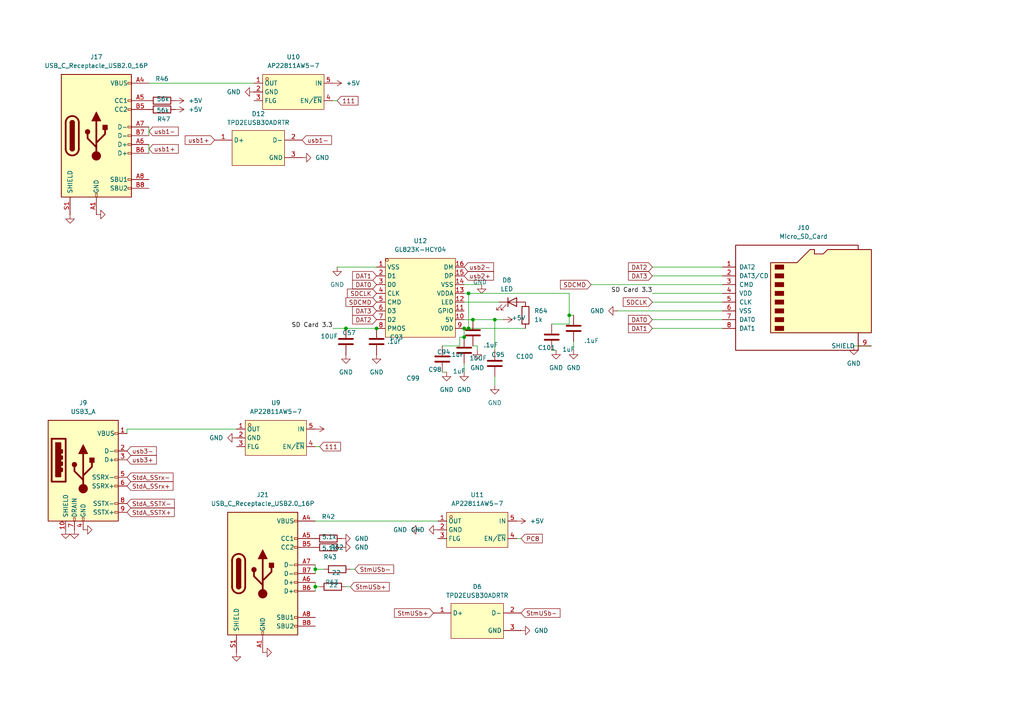
<source format=kicad_sch>
(kicad_sch
	(version 20250114)
	(generator "eeschema")
	(generator_version "9.0")
	(uuid "83e5096d-d3f2-44c7-8233-61b2b44ec2ab")
	(paper "A4")
	(lib_symbols
		(symbol "Connector:Micro_SD_Card"
			(pin_names
				(offset 1.016)
			)
			(exclude_from_sim no)
			(in_bom yes)
			(on_board yes)
			(property "Reference" "J"
				(at -16.51 15.24 0)
				(effects
					(font
						(size 1.27 1.27)
					)
				)
			)
			(property "Value" "Micro_SD_Card"
				(at 16.51 15.24 0)
				(effects
					(font
						(size 1.27 1.27)
					)
					(justify right)
				)
			)
			(property "Footprint" ""
				(at 29.21 7.62 0)
				(effects
					(font
						(size 1.27 1.27)
					)
					(hide yes)
				)
			)
			(property "Datasheet" "https://www.we-online.com/components/products/datasheet/693072010801.pdf"
				(at 0 0 0)
				(effects
					(font
						(size 1.27 1.27)
					)
					(hide yes)
				)
			)
			(property "Description" "Micro SD Card Socket"
				(at 0 0 0)
				(effects
					(font
						(size 1.27 1.27)
					)
					(hide yes)
				)
			)
			(property "ki_keywords" "connector SD microsd"
				(at 0 0 0)
				(effects
					(font
						(size 1.27 1.27)
					)
					(hide yes)
				)
			)
			(property "ki_fp_filters" "microSD*"
				(at 0 0 0)
				(effects
					(font
						(size 1.27 1.27)
					)
					(hide yes)
				)
			)
			(symbol "Micro_SD_Card_0_1"
				(polyline
					(pts
						(xy -8.89 -11.43) (xy -8.89 8.89) (xy -1.27 8.89) (xy 2.54 12.7) (xy 3.81 12.7) (xy 3.81 11.43)
						(xy 6.35 11.43) (xy 7.62 12.7) (xy 20.32 12.7) (xy 20.32 -11.43) (xy -8.89 -11.43)
					)
					(stroke
						(width 0.254)
						(type default)
					)
					(fill
						(type background)
					)
				)
				(rectangle
					(start -7.62 8.255)
					(end -5.08 6.985)
					(stroke
						(width 0)
						(type default)
					)
					(fill
						(type outline)
					)
				)
				(rectangle
					(start -7.62 5.715)
					(end -5.08 4.445)
					(stroke
						(width 0)
						(type default)
					)
					(fill
						(type outline)
					)
				)
				(rectangle
					(start -7.62 3.175)
					(end -5.08 1.905)
					(stroke
						(width 0)
						(type default)
					)
					(fill
						(type outline)
					)
				)
				(rectangle
					(start -7.62 0.635)
					(end -5.08 -0.635)
					(stroke
						(width 0)
						(type default)
					)
					(fill
						(type outline)
					)
				)
				(rectangle
					(start -7.62 -1.905)
					(end -5.08 -3.175)
					(stroke
						(width 0)
						(type default)
					)
					(fill
						(type outline)
					)
				)
				(rectangle
					(start -7.62 -4.445)
					(end -5.08 -5.715)
					(stroke
						(width 0)
						(type default)
					)
					(fill
						(type outline)
					)
				)
				(rectangle
					(start -7.62 -6.985)
					(end -5.08 -8.255)
					(stroke
						(width 0)
						(type default)
					)
					(fill
						(type outline)
					)
				)
				(rectangle
					(start -7.62 -9.525)
					(end -5.08 -10.795)
					(stroke
						(width 0)
						(type default)
					)
					(fill
						(type outline)
					)
				)
				(polyline
					(pts
						(xy 16.51 12.7) (xy 16.51 13.97) (xy -19.05 13.97) (xy -19.05 -16.51) (xy 16.51 -16.51) (xy 16.51 -11.43)
					)
					(stroke
						(width 0.254)
						(type default)
					)
					(fill
						(type none)
					)
				)
			)
			(symbol "Micro_SD_Card_1_1"
				(pin bidirectional line
					(at -22.86 7.62 0)
					(length 3.81)
					(name "DAT2"
						(effects
							(font
								(size 1.27 1.27)
							)
						)
					)
					(number "1"
						(effects
							(font
								(size 1.27 1.27)
							)
						)
					)
				)
				(pin bidirectional line
					(at -22.86 5.08 0)
					(length 3.81)
					(name "DAT3/CD"
						(effects
							(font
								(size 1.27 1.27)
							)
						)
					)
					(number "2"
						(effects
							(font
								(size 1.27 1.27)
							)
						)
					)
				)
				(pin input line
					(at -22.86 2.54 0)
					(length 3.81)
					(name "CMD"
						(effects
							(font
								(size 1.27 1.27)
							)
						)
					)
					(number "3"
						(effects
							(font
								(size 1.27 1.27)
							)
						)
					)
				)
				(pin power_in line
					(at -22.86 0 0)
					(length 3.81)
					(name "VDD"
						(effects
							(font
								(size 1.27 1.27)
							)
						)
					)
					(number "4"
						(effects
							(font
								(size 1.27 1.27)
							)
						)
					)
				)
				(pin input line
					(at -22.86 -2.54 0)
					(length 3.81)
					(name "CLK"
						(effects
							(font
								(size 1.27 1.27)
							)
						)
					)
					(number "5"
						(effects
							(font
								(size 1.27 1.27)
							)
						)
					)
				)
				(pin power_in line
					(at -22.86 -5.08 0)
					(length 3.81)
					(name "VSS"
						(effects
							(font
								(size 1.27 1.27)
							)
						)
					)
					(number "6"
						(effects
							(font
								(size 1.27 1.27)
							)
						)
					)
				)
				(pin bidirectional line
					(at -22.86 -7.62 0)
					(length 3.81)
					(name "DAT0"
						(effects
							(font
								(size 1.27 1.27)
							)
						)
					)
					(number "7"
						(effects
							(font
								(size 1.27 1.27)
							)
						)
					)
				)
				(pin bidirectional line
					(at -22.86 -10.16 0)
					(length 3.81)
					(name "DAT1"
						(effects
							(font
								(size 1.27 1.27)
							)
						)
					)
					(number "8"
						(effects
							(font
								(size 1.27 1.27)
							)
						)
					)
				)
				(pin passive line
					(at 20.32 -15.24 180)
					(length 3.81)
					(name "SHIELD"
						(effects
							(font
								(size 1.27 1.27)
							)
						)
					)
					(number "9"
						(effects
							(font
								(size 1.27 1.27)
							)
						)
					)
				)
			)
			(embedded_fonts no)
		)
		(symbol "Connector:USB3_A"
			(pin_names
				(offset 1.016)
			)
			(exclude_from_sim no)
			(in_bom yes)
			(on_board yes)
			(property "Reference" "J"
				(at -10.16 15.24 0)
				(effects
					(font
						(size 1.27 1.27)
					)
					(justify left)
				)
			)
			(property "Value" "USB3_A"
				(at 10.16 15.24 0)
				(effects
					(font
						(size 1.27 1.27)
					)
					(justify right)
				)
			)
			(property "Footprint" ""
				(at 3.81 2.54 0)
				(effects
					(font
						(size 1.27 1.27)
					)
					(hide yes)
				)
			)
			(property "Datasheet" "~"
				(at 3.81 2.54 0)
				(effects
					(font
						(size 1.27 1.27)
					)
					(hide yes)
				)
			)
			(property "Description" "USB 3.0 A connector"
				(at 0 0 0)
				(effects
					(font
						(size 1.27 1.27)
					)
					(hide yes)
				)
			)
			(property "ki_keywords" "usb universal serial bus"
				(at 0 0 0)
				(effects
					(font
						(size 1.27 1.27)
					)
					(hide yes)
				)
			)
			(property "ki_fp_filters" "USB3*"
				(at 0 0 0)
				(effects
					(font
						(size 1.27 1.27)
					)
					(hide yes)
				)
			)
			(symbol "USB3_A_0_0"
				(rectangle
					(start -9.144 8.636)
					(end -5.08 -3.81)
					(stroke
						(width 0.508)
						(type default)
					)
					(fill
						(type none)
					)
				)
				(rectangle
					(start -7.874 7.366)
					(end -6.604 -2.286)
					(stroke
						(width 0.508)
						(type default)
					)
					(fill
						(type outline)
					)
				)
				(rectangle
					(start -6.35 5.334)
					(end -6.096 4.572)
					(stroke
						(width 0.508)
						(type default)
					)
					(fill
						(type none)
					)
				)
				(rectangle
					(start -6.35 3.556)
					(end -6.096 2.794)
					(stroke
						(width 0.508)
						(type default)
					)
					(fill
						(type none)
					)
				)
				(rectangle
					(start -6.35 1.778)
					(end -6.096 1.016)
					(stroke
						(width 0.508)
						(type default)
					)
					(fill
						(type none)
					)
				)
				(rectangle
					(start -6.35 0)
					(end -6.096 -0.762)
					(stroke
						(width 0.508)
						(type default)
					)
					(fill
						(type none)
					)
				)
				(rectangle
					(start -2.794 -15.24)
					(end -2.286 -14.224)
					(stroke
						(width 0)
						(type default)
					)
					(fill
						(type none)
					)
				)
				(rectangle
					(start -0.254 -15.24)
					(end 0.254 -14.224)
					(stroke
						(width 0)
						(type default)
					)
					(fill
						(type none)
					)
				)
				(rectangle
					(start 10.16 10.414)
					(end 9.144 9.906)
					(stroke
						(width 0)
						(type default)
					)
					(fill
						(type none)
					)
				)
				(rectangle
					(start 10.16 5.334)
					(end 9.144 4.826)
					(stroke
						(width 0)
						(type default)
					)
					(fill
						(type none)
					)
				)
				(rectangle
					(start 10.16 2.794)
					(end 9.144 2.286)
					(stroke
						(width 0)
						(type default)
					)
					(fill
						(type none)
					)
				)
				(rectangle
					(start 10.16 -2.286)
					(end 9.144 -2.794)
					(stroke
						(width 0)
						(type default)
					)
					(fill
						(type none)
					)
				)
				(rectangle
					(start 10.16 -4.826)
					(end 9.144 -5.334)
					(stroke
						(width 0)
						(type default)
					)
					(fill
						(type none)
					)
				)
				(rectangle
					(start 10.16 -9.906)
					(end 9.144 -10.414)
					(stroke
						(width 0)
						(type default)
					)
					(fill
						(type none)
					)
				)
				(rectangle
					(start 10.16 -12.446)
					(end 9.144 -12.954)
					(stroke
						(width 0)
						(type default)
					)
					(fill
						(type none)
					)
				)
			)
			(symbol "USB3_A_0_1"
				(rectangle
					(start -10.16 13.97)
					(end 10.16 -15.24)
					(stroke
						(width 0.254)
						(type default)
					)
					(fill
						(type background)
					)
				)
			)
			(symbol "USB3_A_1_1"
				(circle
					(center -2.54 1.143)
					(radius 0.635)
					(stroke
						(width 0.254)
						(type default)
					)
					(fill
						(type outline)
					)
				)
				(polyline
					(pts
						(xy -1.27 4.318) (xy 0 6.858) (xy 1.27 4.318) (xy -1.27 4.318)
					)
					(stroke
						(width 0.254)
						(type default)
					)
					(fill
						(type outline)
					)
				)
				(polyline
					(pts
						(xy 0 -2.032) (xy 2.54 0.508) (xy 2.54 1.778)
					)
					(stroke
						(width 0.508)
						(type default)
					)
					(fill
						(type none)
					)
				)
				(polyline
					(pts
						(xy 0 -3.302) (xy -2.54 -0.762) (xy -2.54 0.508)
					)
					(stroke
						(width 0.508)
						(type default)
					)
					(fill
						(type none)
					)
				)
				(polyline
					(pts
						(xy 0 -5.842) (xy 0 4.318)
					)
					(stroke
						(width 0.508)
						(type default)
					)
					(fill
						(type none)
					)
				)
				(circle
					(center 0 -5.842)
					(radius 1.27)
					(stroke
						(width 0)
						(type default)
					)
					(fill
						(type outline)
					)
				)
				(rectangle
					(start 1.905 1.778)
					(end 3.175 3.048)
					(stroke
						(width 0.254)
						(type default)
					)
					(fill
						(type outline)
					)
				)
				(pin passive line
					(at -5.08 -17.78 90)
					(length 2.54)
					(name "SHIELD"
						(effects
							(font
								(size 1.27 1.27)
							)
						)
					)
					(number "10"
						(effects
							(font
								(size 1.27 1.27)
							)
						)
					)
				)
				(pin passive line
					(at -2.54 -17.78 90)
					(length 2.54)
					(name "DRAIN"
						(effects
							(font
								(size 1.27 1.27)
							)
						)
					)
					(number "7"
						(effects
							(font
								(size 1.27 1.27)
							)
						)
					)
				)
				(pin power_in line
					(at 0 -17.78 90)
					(length 2.54)
					(name "GND"
						(effects
							(font
								(size 1.27 1.27)
							)
						)
					)
					(number "4"
						(effects
							(font
								(size 1.27 1.27)
							)
						)
					)
				)
				(pin power_in line
					(at 12.7 10.16 180)
					(length 2.54)
					(name "VBUS"
						(effects
							(font
								(size 1.27 1.27)
							)
						)
					)
					(number "1"
						(effects
							(font
								(size 1.27 1.27)
							)
						)
					)
				)
				(pin bidirectional line
					(at 12.7 5.08 180)
					(length 2.54)
					(name "D-"
						(effects
							(font
								(size 1.27 1.27)
							)
						)
					)
					(number "2"
						(effects
							(font
								(size 1.27 1.27)
							)
						)
					)
				)
				(pin bidirectional line
					(at 12.7 2.54 180)
					(length 2.54)
					(name "D+"
						(effects
							(font
								(size 1.27 1.27)
							)
						)
					)
					(number "3"
						(effects
							(font
								(size 1.27 1.27)
							)
						)
					)
				)
				(pin output line
					(at 12.7 -2.54 180)
					(length 2.54)
					(name "SSRX-"
						(effects
							(font
								(size 1.27 1.27)
							)
						)
					)
					(number "5"
						(effects
							(font
								(size 1.27 1.27)
							)
						)
					)
				)
				(pin output line
					(at 12.7 -5.08 180)
					(length 2.54)
					(name "SSRX+"
						(effects
							(font
								(size 1.27 1.27)
							)
						)
					)
					(number "6"
						(effects
							(font
								(size 1.27 1.27)
							)
						)
					)
				)
				(pin input line
					(at 12.7 -10.16 180)
					(length 2.54)
					(name "SSTX-"
						(effects
							(font
								(size 1.27 1.27)
							)
						)
					)
					(number "8"
						(effects
							(font
								(size 1.27 1.27)
							)
						)
					)
				)
				(pin input line
					(at 12.7 -12.7 180)
					(length 2.54)
					(name "SSTX+"
						(effects
							(font
								(size 1.27 1.27)
							)
						)
					)
					(number "9"
						(effects
							(font
								(size 1.27 1.27)
							)
						)
					)
				)
			)
			(embedded_fonts no)
		)
		(symbol "Connector:USB_C_Receptacle_USB2.0_16P"
			(pin_names
				(offset 1.016)
			)
			(exclude_from_sim no)
			(in_bom yes)
			(on_board yes)
			(property "Reference" "J"
				(at 0 22.225 0)
				(effects
					(font
						(size 1.27 1.27)
					)
				)
			)
			(property "Value" "USB_C_Receptacle_USB2.0_16P"
				(at 0 19.685 0)
				(effects
					(font
						(size 1.27 1.27)
					)
				)
			)
			(property "Footprint" ""
				(at 3.81 0 0)
				(effects
					(font
						(size 1.27 1.27)
					)
					(hide yes)
				)
			)
			(property "Datasheet" "https://www.usb.org/sites/default/files/documents/usb_type-c.zip"
				(at 3.81 0 0)
				(effects
					(font
						(size 1.27 1.27)
					)
					(hide yes)
				)
			)
			(property "Description" "USB 2.0-only 16P Type-C Receptacle connector"
				(at 0 0 0)
				(effects
					(font
						(size 1.27 1.27)
					)
					(hide yes)
				)
			)
			(property "ki_keywords" "usb universal serial bus type-C USB2.0"
				(at 0 0 0)
				(effects
					(font
						(size 1.27 1.27)
					)
					(hide yes)
				)
			)
			(property "ki_fp_filters" "USB*C*Receptacle*"
				(at 0 0 0)
				(effects
					(font
						(size 1.27 1.27)
					)
					(hide yes)
				)
			)
			(symbol "USB_C_Receptacle_USB2.0_16P_0_0"
				(rectangle
					(start -0.254 -17.78)
					(end 0.254 -16.764)
					(stroke
						(width 0)
						(type default)
					)
					(fill
						(type none)
					)
				)
				(rectangle
					(start 10.16 15.494)
					(end 9.144 14.986)
					(stroke
						(width 0)
						(type default)
					)
					(fill
						(type none)
					)
				)
				(rectangle
					(start 10.16 10.414)
					(end 9.144 9.906)
					(stroke
						(width 0)
						(type default)
					)
					(fill
						(type none)
					)
				)
				(rectangle
					(start 10.16 7.874)
					(end 9.144 7.366)
					(stroke
						(width 0)
						(type default)
					)
					(fill
						(type none)
					)
				)
				(rectangle
					(start 10.16 2.794)
					(end 9.144 2.286)
					(stroke
						(width 0)
						(type default)
					)
					(fill
						(type none)
					)
				)
				(rectangle
					(start 10.16 0.254)
					(end 9.144 -0.254)
					(stroke
						(width 0)
						(type default)
					)
					(fill
						(type none)
					)
				)
				(rectangle
					(start 10.16 -2.286)
					(end 9.144 -2.794)
					(stroke
						(width 0)
						(type default)
					)
					(fill
						(type none)
					)
				)
				(rectangle
					(start 10.16 -4.826)
					(end 9.144 -5.334)
					(stroke
						(width 0)
						(type default)
					)
					(fill
						(type none)
					)
				)
				(rectangle
					(start 10.16 -12.446)
					(end 9.144 -12.954)
					(stroke
						(width 0)
						(type default)
					)
					(fill
						(type none)
					)
				)
				(rectangle
					(start 10.16 -14.986)
					(end 9.144 -15.494)
					(stroke
						(width 0)
						(type default)
					)
					(fill
						(type none)
					)
				)
			)
			(symbol "USB_C_Receptacle_USB2.0_16P_0_1"
				(rectangle
					(start -10.16 17.78)
					(end 10.16 -17.78)
					(stroke
						(width 0.254)
						(type default)
					)
					(fill
						(type background)
					)
				)
				(polyline
					(pts
						(xy -8.89 -3.81) (xy -8.89 3.81)
					)
					(stroke
						(width 0.508)
						(type default)
					)
					(fill
						(type none)
					)
				)
				(rectangle
					(start -7.62 -3.81)
					(end -6.35 3.81)
					(stroke
						(width 0.254)
						(type default)
					)
					(fill
						(type outline)
					)
				)
				(arc
					(start -7.62 3.81)
					(mid -6.985 4.4423)
					(end -6.35 3.81)
					(stroke
						(width 0.254)
						(type default)
					)
					(fill
						(type none)
					)
				)
				(arc
					(start -7.62 3.81)
					(mid -6.985 4.4423)
					(end -6.35 3.81)
					(stroke
						(width 0.254)
						(type default)
					)
					(fill
						(type outline)
					)
				)
				(arc
					(start -8.89 3.81)
					(mid -6.985 5.7067)
					(end -5.08 3.81)
					(stroke
						(width 0.508)
						(type default)
					)
					(fill
						(type none)
					)
				)
				(arc
					(start -5.08 -3.81)
					(mid -6.985 -5.7067)
					(end -8.89 -3.81)
					(stroke
						(width 0.508)
						(type default)
					)
					(fill
						(type none)
					)
				)
				(arc
					(start -6.35 -3.81)
					(mid -6.985 -4.4423)
					(end -7.62 -3.81)
					(stroke
						(width 0.254)
						(type default)
					)
					(fill
						(type none)
					)
				)
				(arc
					(start -6.35 -3.81)
					(mid -6.985 -4.4423)
					(end -7.62 -3.81)
					(stroke
						(width 0.254)
						(type default)
					)
					(fill
						(type outline)
					)
				)
				(polyline
					(pts
						(xy -5.08 3.81) (xy -5.08 -3.81)
					)
					(stroke
						(width 0.508)
						(type default)
					)
					(fill
						(type none)
					)
				)
				(circle
					(center -2.54 1.143)
					(radius 0.635)
					(stroke
						(width 0.254)
						(type default)
					)
					(fill
						(type outline)
					)
				)
				(polyline
					(pts
						(xy -1.27 4.318) (xy 0 6.858) (xy 1.27 4.318) (xy -1.27 4.318)
					)
					(stroke
						(width 0.254)
						(type default)
					)
					(fill
						(type outline)
					)
				)
				(polyline
					(pts
						(xy 0 -2.032) (xy 2.54 0.508) (xy 2.54 1.778)
					)
					(stroke
						(width 0.508)
						(type default)
					)
					(fill
						(type none)
					)
				)
				(polyline
					(pts
						(xy 0 -3.302) (xy -2.54 -0.762) (xy -2.54 0.508)
					)
					(stroke
						(width 0.508)
						(type default)
					)
					(fill
						(type none)
					)
				)
				(polyline
					(pts
						(xy 0 -5.842) (xy 0 4.318)
					)
					(stroke
						(width 0.508)
						(type default)
					)
					(fill
						(type none)
					)
				)
				(circle
					(center 0 -5.842)
					(radius 1.27)
					(stroke
						(width 0)
						(type default)
					)
					(fill
						(type outline)
					)
				)
				(rectangle
					(start 1.905 1.778)
					(end 3.175 3.048)
					(stroke
						(width 0.254)
						(type default)
					)
					(fill
						(type outline)
					)
				)
			)
			(symbol "USB_C_Receptacle_USB2.0_16P_1_1"
				(pin passive line
					(at -7.62 -22.86 90)
					(length 5.08)
					(name "SHIELD"
						(effects
							(font
								(size 1.27 1.27)
							)
						)
					)
					(number "S1"
						(effects
							(font
								(size 1.27 1.27)
							)
						)
					)
				)
				(pin passive line
					(at 0 -22.86 90)
					(length 5.08)
					(name "GND"
						(effects
							(font
								(size 1.27 1.27)
							)
						)
					)
					(number "A1"
						(effects
							(font
								(size 1.27 1.27)
							)
						)
					)
				)
				(pin passive line
					(at 0 -22.86 90)
					(length 5.08)
					(hide yes)
					(name "GND"
						(effects
							(font
								(size 1.27 1.27)
							)
						)
					)
					(number "A12"
						(effects
							(font
								(size 1.27 1.27)
							)
						)
					)
				)
				(pin passive line
					(at 0 -22.86 90)
					(length 5.08)
					(hide yes)
					(name "GND"
						(effects
							(font
								(size 1.27 1.27)
							)
						)
					)
					(number "B1"
						(effects
							(font
								(size 1.27 1.27)
							)
						)
					)
				)
				(pin passive line
					(at 0 -22.86 90)
					(length 5.08)
					(hide yes)
					(name "GND"
						(effects
							(font
								(size 1.27 1.27)
							)
						)
					)
					(number "B12"
						(effects
							(font
								(size 1.27 1.27)
							)
						)
					)
				)
				(pin passive line
					(at 15.24 15.24 180)
					(length 5.08)
					(name "VBUS"
						(effects
							(font
								(size 1.27 1.27)
							)
						)
					)
					(number "A4"
						(effects
							(font
								(size 1.27 1.27)
							)
						)
					)
				)
				(pin passive line
					(at 15.24 15.24 180)
					(length 5.08)
					(hide yes)
					(name "VBUS"
						(effects
							(font
								(size 1.27 1.27)
							)
						)
					)
					(number "A9"
						(effects
							(font
								(size 1.27 1.27)
							)
						)
					)
				)
				(pin passive line
					(at 15.24 15.24 180)
					(length 5.08)
					(hide yes)
					(name "VBUS"
						(effects
							(font
								(size 1.27 1.27)
							)
						)
					)
					(number "B4"
						(effects
							(font
								(size 1.27 1.27)
							)
						)
					)
				)
				(pin passive line
					(at 15.24 15.24 180)
					(length 5.08)
					(hide yes)
					(name "VBUS"
						(effects
							(font
								(size 1.27 1.27)
							)
						)
					)
					(number "B9"
						(effects
							(font
								(size 1.27 1.27)
							)
						)
					)
				)
				(pin bidirectional line
					(at 15.24 10.16 180)
					(length 5.08)
					(name "CC1"
						(effects
							(font
								(size 1.27 1.27)
							)
						)
					)
					(number "A5"
						(effects
							(font
								(size 1.27 1.27)
							)
						)
					)
				)
				(pin bidirectional line
					(at 15.24 7.62 180)
					(length 5.08)
					(name "CC2"
						(effects
							(font
								(size 1.27 1.27)
							)
						)
					)
					(number "B5"
						(effects
							(font
								(size 1.27 1.27)
							)
						)
					)
				)
				(pin bidirectional line
					(at 15.24 2.54 180)
					(length 5.08)
					(name "D-"
						(effects
							(font
								(size 1.27 1.27)
							)
						)
					)
					(number "A7"
						(effects
							(font
								(size 1.27 1.27)
							)
						)
					)
				)
				(pin bidirectional line
					(at 15.24 0 180)
					(length 5.08)
					(name "D-"
						(effects
							(font
								(size 1.27 1.27)
							)
						)
					)
					(number "B7"
						(effects
							(font
								(size 1.27 1.27)
							)
						)
					)
				)
				(pin bidirectional line
					(at 15.24 -2.54 180)
					(length 5.08)
					(name "D+"
						(effects
							(font
								(size 1.27 1.27)
							)
						)
					)
					(number "A6"
						(effects
							(font
								(size 1.27 1.27)
							)
						)
					)
				)
				(pin bidirectional line
					(at 15.24 -5.08 180)
					(length 5.08)
					(name "D+"
						(effects
							(font
								(size 1.27 1.27)
							)
						)
					)
					(number "B6"
						(effects
							(font
								(size 1.27 1.27)
							)
						)
					)
				)
				(pin bidirectional line
					(at 15.24 -12.7 180)
					(length 5.08)
					(name "SBU1"
						(effects
							(font
								(size 1.27 1.27)
							)
						)
					)
					(number "A8"
						(effects
							(font
								(size 1.27 1.27)
							)
						)
					)
				)
				(pin bidirectional line
					(at 15.24 -15.24 180)
					(length 5.08)
					(name "SBU2"
						(effects
							(font
								(size 1.27 1.27)
							)
						)
					)
					(number "B8"
						(effects
							(font
								(size 1.27 1.27)
							)
						)
					)
				)
			)
			(embedded_fonts no)
		)
		(symbol "Device:C"
			(pin_numbers
				(hide yes)
			)
			(pin_names
				(offset 0.254)
			)
			(exclude_from_sim no)
			(in_bom yes)
			(on_board yes)
			(property "Reference" "C"
				(at 0.635 2.54 0)
				(effects
					(font
						(size 1.27 1.27)
					)
					(justify left)
				)
			)
			(property "Value" "C"
				(at 0.635 -2.54 0)
				(effects
					(font
						(size 1.27 1.27)
					)
					(justify left)
				)
			)
			(property "Footprint" ""
				(at 0.9652 -3.81 0)
				(effects
					(font
						(size 1.27 1.27)
					)
					(hide yes)
				)
			)
			(property "Datasheet" "~"
				(at 0 0 0)
				(effects
					(font
						(size 1.27 1.27)
					)
					(hide yes)
				)
			)
			(property "Description" "Unpolarized capacitor"
				(at 0 0 0)
				(effects
					(font
						(size 1.27 1.27)
					)
					(hide yes)
				)
			)
			(property "ki_keywords" "cap capacitor"
				(at 0 0 0)
				(effects
					(font
						(size 1.27 1.27)
					)
					(hide yes)
				)
			)
			(property "ki_fp_filters" "C_*"
				(at 0 0 0)
				(effects
					(font
						(size 1.27 1.27)
					)
					(hide yes)
				)
			)
			(symbol "C_0_1"
				(polyline
					(pts
						(xy -2.032 0.762) (xy 2.032 0.762)
					)
					(stroke
						(width 0.508)
						(type default)
					)
					(fill
						(type none)
					)
				)
				(polyline
					(pts
						(xy -2.032 -0.762) (xy 2.032 -0.762)
					)
					(stroke
						(width 0.508)
						(type default)
					)
					(fill
						(type none)
					)
				)
			)
			(symbol "C_1_1"
				(pin passive line
					(at 0 3.81 270)
					(length 2.794)
					(name "~"
						(effects
							(font
								(size 1.27 1.27)
							)
						)
					)
					(number "1"
						(effects
							(font
								(size 1.27 1.27)
							)
						)
					)
				)
				(pin passive line
					(at 0 -3.81 90)
					(length 2.794)
					(name "~"
						(effects
							(font
								(size 1.27 1.27)
							)
						)
					)
					(number "2"
						(effects
							(font
								(size 1.27 1.27)
							)
						)
					)
				)
			)
			(embedded_fonts no)
		)
		(symbol "Device:LED"
			(pin_numbers
				(hide yes)
			)
			(pin_names
				(offset 1.016)
				(hide yes)
			)
			(exclude_from_sim no)
			(in_bom yes)
			(on_board yes)
			(property "Reference" "D"
				(at 0 2.54 0)
				(effects
					(font
						(size 1.27 1.27)
					)
				)
			)
			(property "Value" "LED"
				(at 0 -2.54 0)
				(effects
					(font
						(size 1.27 1.27)
					)
				)
			)
			(property "Footprint" ""
				(at 0 0 0)
				(effects
					(font
						(size 1.27 1.27)
					)
					(hide yes)
				)
			)
			(property "Datasheet" "~"
				(at 0 0 0)
				(effects
					(font
						(size 1.27 1.27)
					)
					(hide yes)
				)
			)
			(property "Description" "Light emitting diode"
				(at 0 0 0)
				(effects
					(font
						(size 1.27 1.27)
					)
					(hide yes)
				)
			)
			(property "Sim.Pins" "1=K 2=A"
				(at 0 0 0)
				(effects
					(font
						(size 1.27 1.27)
					)
					(hide yes)
				)
			)
			(property "ki_keywords" "LED diode"
				(at 0 0 0)
				(effects
					(font
						(size 1.27 1.27)
					)
					(hide yes)
				)
			)
			(property "ki_fp_filters" "LED* LED_SMD:* LED_THT:*"
				(at 0 0 0)
				(effects
					(font
						(size 1.27 1.27)
					)
					(hide yes)
				)
			)
			(symbol "LED_0_1"
				(polyline
					(pts
						(xy -3.048 -0.762) (xy -4.572 -2.286) (xy -3.81 -2.286) (xy -4.572 -2.286) (xy -4.572 -1.524)
					)
					(stroke
						(width 0)
						(type default)
					)
					(fill
						(type none)
					)
				)
				(polyline
					(pts
						(xy -1.778 -0.762) (xy -3.302 -2.286) (xy -2.54 -2.286) (xy -3.302 -2.286) (xy -3.302 -1.524)
					)
					(stroke
						(width 0)
						(type default)
					)
					(fill
						(type none)
					)
				)
				(polyline
					(pts
						(xy -1.27 0) (xy 1.27 0)
					)
					(stroke
						(width 0)
						(type default)
					)
					(fill
						(type none)
					)
				)
				(polyline
					(pts
						(xy -1.27 -1.27) (xy -1.27 1.27)
					)
					(stroke
						(width 0.254)
						(type default)
					)
					(fill
						(type none)
					)
				)
				(polyline
					(pts
						(xy 1.27 -1.27) (xy 1.27 1.27) (xy -1.27 0) (xy 1.27 -1.27)
					)
					(stroke
						(width 0.254)
						(type default)
					)
					(fill
						(type none)
					)
				)
			)
			(symbol "LED_1_1"
				(pin passive line
					(at -3.81 0 0)
					(length 2.54)
					(name "K"
						(effects
							(font
								(size 1.27 1.27)
							)
						)
					)
					(number "1"
						(effects
							(font
								(size 1.27 1.27)
							)
						)
					)
				)
				(pin passive line
					(at 3.81 0 180)
					(length 2.54)
					(name "A"
						(effects
							(font
								(size 1.27 1.27)
							)
						)
					)
					(number "2"
						(effects
							(font
								(size 1.27 1.27)
							)
						)
					)
				)
			)
			(embedded_fonts no)
		)
		(symbol "Device:R"
			(pin_numbers
				(hide yes)
			)
			(pin_names
				(offset 0)
			)
			(exclude_from_sim no)
			(in_bom yes)
			(on_board yes)
			(property "Reference" "R"
				(at 2.032 0 90)
				(effects
					(font
						(size 1.27 1.27)
					)
				)
			)
			(property "Value" "R"
				(at 0 0 90)
				(effects
					(font
						(size 1.27 1.27)
					)
				)
			)
			(property "Footprint" ""
				(at -1.778 0 90)
				(effects
					(font
						(size 1.27 1.27)
					)
					(hide yes)
				)
			)
			(property "Datasheet" "~"
				(at 0 0 0)
				(effects
					(font
						(size 1.27 1.27)
					)
					(hide yes)
				)
			)
			(property "Description" "Resistor"
				(at 0 0 0)
				(effects
					(font
						(size 1.27 1.27)
					)
					(hide yes)
				)
			)
			(property "ki_keywords" "R res resistor"
				(at 0 0 0)
				(effects
					(font
						(size 1.27 1.27)
					)
					(hide yes)
				)
			)
			(property "ki_fp_filters" "R_*"
				(at 0 0 0)
				(effects
					(font
						(size 1.27 1.27)
					)
					(hide yes)
				)
			)
			(symbol "R_0_1"
				(rectangle
					(start -1.016 -2.54)
					(end 1.016 2.54)
					(stroke
						(width 0.254)
						(type default)
					)
					(fill
						(type none)
					)
				)
			)
			(symbol "R_1_1"
				(pin passive line
					(at 0 3.81 270)
					(length 1.27)
					(name "~"
						(effects
							(font
								(size 1.27 1.27)
							)
						)
					)
					(number "1"
						(effects
							(font
								(size 1.27 1.27)
							)
						)
					)
				)
				(pin passive line
					(at 0 -3.81 90)
					(length 1.27)
					(name "~"
						(effects
							(font
								(size 1.27 1.27)
							)
						)
					)
					(number "2"
						(effects
							(font
								(size 1.27 1.27)
							)
						)
					)
				)
			)
			(embedded_fonts no)
		)
		(symbol "easyeda2kicad:AP22811AW5-7"
			(exclude_from_sim no)
			(in_bom yes)
			(on_board yes)
			(property "Reference" "U"
				(at 0 7.62 0)
				(effects
					(font
						(size 1.27 1.27)
					)
				)
			)
			(property "Value" "AP22811AW5-7"
				(at 0 -7.62 0)
				(effects
					(font
						(size 1.27 1.27)
					)
				)
			)
			(property "Footprint" "easyeda2kicad:SOT-25-5_L3.0-W1.6-P0.95-LS2.8-BL"
				(at 0 -10.16 0)
				(effects
					(font
						(size 1.27 1.27)
					)
					(hide yes)
				)
			)
			(property "Datasheet" ""
				(at 0 0 0)
				(effects
					(font
						(size 1.27 1.27)
					)
					(hide yes)
				)
			)
			(property "Description" ""
				(at 0 0 0)
				(effects
					(font
						(size 1.27 1.27)
					)
					(hide yes)
				)
			)
			(property "LCSC Part" "C3001660"
				(at 0 -12.7 0)
				(effects
					(font
						(size 1.27 1.27)
					)
					(hide yes)
				)
			)
			(symbol "AP22811AW5-7_0_1"
				(rectangle
					(start -10.16 5.08)
					(end 7.62 -5.08)
					(stroke
						(width 0)
						(type default)
					)
					(fill
						(type background)
					)
				)
				(circle
					(center -8.89 3.81)
					(radius 0.38)
					(stroke
						(width 0)
						(type default)
					)
					(fill
						(type none)
					)
				)
				(pin unspecified line
					(at -12.7 2.54 0)
					(length 2.54)
					(name "OUT"
						(effects
							(font
								(size 1.27 1.27)
							)
						)
					)
					(number "1"
						(effects
							(font
								(size 1.27 1.27)
							)
						)
					)
				)
				(pin unspecified line
					(at -12.7 0 0)
					(length 2.54)
					(name "GND"
						(effects
							(font
								(size 1.27 1.27)
							)
						)
					)
					(number "2"
						(effects
							(font
								(size 1.27 1.27)
							)
						)
					)
				)
				(pin unspecified line
					(at -12.7 -2.54 0)
					(length 2.54)
					(name "FLG"
						(effects
							(font
								(size 1.27 1.27)
							)
						)
					)
					(number "3"
						(effects
							(font
								(size 1.27 1.27)
							)
						)
					)
				)
				(pin unspecified line
					(at 10.16 2.54 180)
					(length 2.54)
					(name "IN"
						(effects
							(font
								(size 1.27 1.27)
							)
						)
					)
					(number "5"
						(effects
							(font
								(size 1.27 1.27)
							)
						)
					)
				)
				(pin unspecified line
					(at 10.16 -2.54 180)
					(length 2.54)
					(name "EN/~{EN}"
						(effects
							(font
								(size 1.27 1.27)
							)
						)
					)
					(number "4"
						(effects
							(font
								(size 1.27 1.27)
							)
						)
					)
				)
			)
			(embedded_fonts no)
		)
		(symbol "easyeda2kicad:GL823K-HCY04"
			(exclude_from_sim no)
			(in_bom yes)
			(on_board yes)
			(property "Reference" "U"
				(at 0 13.97 0)
				(effects
					(font
						(size 1.27 1.27)
					)
				)
			)
			(property "Value" "GL823K-HCY04"
				(at 0 -13.97 0)
				(effects
					(font
						(size 1.27 1.27)
					)
				)
			)
			(property "Footprint" "easyeda2kicad:SSOP-16_L4.9-W3.9-P0.64-LS6.0-BL"
				(at 0 -16.51 0)
				(effects
					(font
						(size 1.27 1.27)
					)
					(hide yes)
				)
			)
			(property "Datasheet" "https://lcsc.com/product-detail/Others_Genesys-Logic_GL823K-HCY04_Genesys-Logic-GL823K-HCY04_C284879.html"
				(at 0 -19.05 0)
				(effects
					(font
						(size 1.27 1.27)
					)
					(hide yes)
				)
			)
			(property "Description" ""
				(at 0 0 0)
				(effects
					(font
						(size 1.27 1.27)
					)
					(hide yes)
				)
			)
			(property "LCSC Part" "C284879"
				(at 0 -21.59 0)
				(effects
					(font
						(size 1.27 1.27)
					)
					(hide yes)
				)
			)
			(symbol "GL823K-HCY04_0_1"
				(rectangle
					(start -10.16 11.43)
					(end 10.16 -11.43)
					(stroke
						(width 0)
						(type default)
					)
					(fill
						(type background)
					)
				)
				(circle
					(center -9.65 10.92)
					(radius 0.38)
					(stroke
						(width 0)
						(type default)
					)
					(fill
						(type none)
					)
				)
				(pin unspecified line
					(at -12.7 8.89 0)
					(length 2.54)
					(name "VSS"
						(effects
							(font
								(size 1.27 1.27)
							)
						)
					)
					(number "1"
						(effects
							(font
								(size 1.27 1.27)
							)
						)
					)
				)
				(pin unspecified line
					(at -12.7 6.35 0)
					(length 2.54)
					(name "D1"
						(effects
							(font
								(size 1.27 1.27)
							)
						)
					)
					(number "2"
						(effects
							(font
								(size 1.27 1.27)
							)
						)
					)
				)
				(pin unspecified line
					(at -12.7 3.81 0)
					(length 2.54)
					(name "D0"
						(effects
							(font
								(size 1.27 1.27)
							)
						)
					)
					(number "3"
						(effects
							(font
								(size 1.27 1.27)
							)
						)
					)
				)
				(pin unspecified line
					(at -12.7 1.27 0)
					(length 2.54)
					(name "CLK"
						(effects
							(font
								(size 1.27 1.27)
							)
						)
					)
					(number "4"
						(effects
							(font
								(size 1.27 1.27)
							)
						)
					)
				)
				(pin unspecified line
					(at -12.7 -1.27 0)
					(length 2.54)
					(name "CMD"
						(effects
							(font
								(size 1.27 1.27)
							)
						)
					)
					(number "5"
						(effects
							(font
								(size 1.27 1.27)
							)
						)
					)
				)
				(pin unspecified line
					(at -12.7 -3.81 0)
					(length 2.54)
					(name "D3"
						(effects
							(font
								(size 1.27 1.27)
							)
						)
					)
					(number "6"
						(effects
							(font
								(size 1.27 1.27)
							)
						)
					)
				)
				(pin unspecified line
					(at -12.7 -6.35 0)
					(length 2.54)
					(name "D2"
						(effects
							(font
								(size 1.27 1.27)
							)
						)
					)
					(number "7"
						(effects
							(font
								(size 1.27 1.27)
							)
						)
					)
				)
				(pin unspecified line
					(at -12.7 -8.89 0)
					(length 2.54)
					(name "PMOS"
						(effects
							(font
								(size 1.27 1.27)
							)
						)
					)
					(number "8"
						(effects
							(font
								(size 1.27 1.27)
							)
						)
					)
				)
				(pin unspecified line
					(at 12.7 8.89 180)
					(length 2.54)
					(name "DM"
						(effects
							(font
								(size 1.27 1.27)
							)
						)
					)
					(number "16"
						(effects
							(font
								(size 1.27 1.27)
							)
						)
					)
				)
				(pin unspecified line
					(at 12.7 6.35 180)
					(length 2.54)
					(name "DP"
						(effects
							(font
								(size 1.27 1.27)
							)
						)
					)
					(number "15"
						(effects
							(font
								(size 1.27 1.27)
							)
						)
					)
				)
				(pin unspecified line
					(at 12.7 3.81 180)
					(length 2.54)
					(name "VSS"
						(effects
							(font
								(size 1.27 1.27)
							)
						)
					)
					(number "14"
						(effects
							(font
								(size 1.27 1.27)
							)
						)
					)
				)
				(pin unspecified line
					(at 12.7 1.27 180)
					(length 2.54)
					(name "VDDA"
						(effects
							(font
								(size 1.27 1.27)
							)
						)
					)
					(number "13"
						(effects
							(font
								(size 1.27 1.27)
							)
						)
					)
				)
				(pin unspecified line
					(at 12.7 -1.27 180)
					(length 2.54)
					(name "LED"
						(effects
							(font
								(size 1.27 1.27)
							)
						)
					)
					(number "12"
						(effects
							(font
								(size 1.27 1.27)
							)
						)
					)
				)
				(pin unspecified line
					(at 12.7 -3.81 180)
					(length 2.54)
					(name "GPIO"
						(effects
							(font
								(size 1.27 1.27)
							)
						)
					)
					(number "11"
						(effects
							(font
								(size 1.27 1.27)
							)
						)
					)
				)
				(pin unspecified line
					(at 12.7 -6.35 180)
					(length 2.54)
					(name "5V"
						(effects
							(font
								(size 1.27 1.27)
							)
						)
					)
					(number "10"
						(effects
							(font
								(size 1.27 1.27)
							)
						)
					)
				)
				(pin unspecified line
					(at 12.7 -8.89 180)
					(length 2.54)
					(name "VDD"
						(effects
							(font
								(size 1.27 1.27)
							)
						)
					)
					(number "9"
						(effects
							(font
								(size 1.27 1.27)
							)
						)
					)
				)
			)
			(embedded_fonts no)
		)
		(symbol "easyeda2kicad:TPD2EUSB30ADRTR"
			(exclude_from_sim no)
			(in_bom yes)
			(on_board yes)
			(property "Reference" "D"
				(at 0 7.62 0)
				(effects
					(font
						(size 1.27 1.27)
					)
				)
			)
			(property "Value" "TPD2EUSB30ADRTR"
				(at 0 -7.62 0)
				(effects
					(font
						(size 1.27 1.27)
					)
				)
			)
			(property "Footprint" "easyeda2kicad:SOT-9X3-3_L1.0-W0.8-P0.35-LS1.0-BR"
				(at 0 -10.16 0)
				(effects
					(font
						(size 1.27 1.27)
					)
					(hide yes)
				)
			)
			(property "Datasheet" "https://lcsc.com/product-detail/Others_Texas-Instruments_TPD2EUSB30ADRTR_Texas-Instruments-TI-TPD2EUSB30ADRTR_C94934.html"
				(at 0 -12.7 0)
				(effects
					(font
						(size 1.27 1.27)
					)
					(hide yes)
				)
			)
			(property "Description" ""
				(at 0 0 0)
				(effects
					(font
						(size 1.27 1.27)
					)
					(hide yes)
				)
			)
			(property "LCSC Part" "C94934"
				(at 0 -15.24 0)
				(effects
					(font
						(size 1.27 1.27)
					)
					(hide yes)
				)
			)
			(symbol "TPD2EUSB30ADRTR_0_1"
				(rectangle
					(start -7.62 5.33)
					(end 7.62 -4.83)
					(stroke
						(width 0)
						(type default)
					)
					(fill
						(type background)
					)
				)
				(pin unspecified line
					(at -12.7 2.54 0)
					(length 5.08)
					(name "D+"
						(effects
							(font
								(size 1.27 1.27)
							)
						)
					)
					(number "1"
						(effects
							(font
								(size 1.27 1.27)
							)
						)
					)
				)
				(pin unspecified line
					(at 12.7 2.54 180)
					(length 5.08)
					(name "D-"
						(effects
							(font
								(size 1.27 1.27)
							)
						)
					)
					(number "2"
						(effects
							(font
								(size 1.27 1.27)
							)
						)
					)
				)
				(pin power_in line
					(at 12.7 -2.54 180)
					(length 5.08)
					(name "GND"
						(effects
							(font
								(size 1.27 1.27)
							)
						)
					)
					(number "3"
						(effects
							(font
								(size 1.27 1.27)
							)
						)
					)
				)
			)
			(embedded_fonts no)
		)
		(symbol "power:+5V"
			(power)
			(pin_numbers
				(hide yes)
			)
			(pin_names
				(offset 0)
				(hide yes)
			)
			(exclude_from_sim no)
			(in_bom yes)
			(on_board yes)
			(property "Reference" "#PWR"
				(at 0 -3.81 0)
				(effects
					(font
						(size 1.27 1.27)
					)
					(hide yes)
				)
			)
			(property "Value" "+5V"
				(at 0 3.556 0)
				(effects
					(font
						(size 1.27 1.27)
					)
				)
			)
			(property "Footprint" ""
				(at 0 0 0)
				(effects
					(font
						(size 1.27 1.27)
					)
					(hide yes)
				)
			)
			(property "Datasheet" ""
				(at 0 0 0)
				(effects
					(font
						(size 1.27 1.27)
					)
					(hide yes)
				)
			)
			(property "Description" "Power symbol creates a global label with name \"+5V\""
				(at 0 0 0)
				(effects
					(font
						(size 1.27 1.27)
					)
					(hide yes)
				)
			)
			(property "ki_keywords" "global power"
				(at 0 0 0)
				(effects
					(font
						(size 1.27 1.27)
					)
					(hide yes)
				)
			)
			(symbol "+5V_0_1"
				(polyline
					(pts
						(xy -0.762 1.27) (xy 0 2.54)
					)
					(stroke
						(width 0)
						(type default)
					)
					(fill
						(type none)
					)
				)
				(polyline
					(pts
						(xy 0 2.54) (xy 0.762 1.27)
					)
					(stroke
						(width 0)
						(type default)
					)
					(fill
						(type none)
					)
				)
				(polyline
					(pts
						(xy 0 0) (xy 0 2.54)
					)
					(stroke
						(width 0)
						(type default)
					)
					(fill
						(type none)
					)
				)
			)
			(symbol "+5V_1_1"
				(pin power_in line
					(at 0 0 90)
					(length 0)
					(name "~"
						(effects
							(font
								(size 1.27 1.27)
							)
						)
					)
					(number "1"
						(effects
							(font
								(size 1.27 1.27)
							)
						)
					)
				)
			)
			(embedded_fonts no)
		)
		(symbol "power:GND"
			(power)
			(pin_numbers
				(hide yes)
			)
			(pin_names
				(offset 0)
				(hide yes)
			)
			(exclude_from_sim no)
			(in_bom yes)
			(on_board yes)
			(property "Reference" "#PWR"
				(at 0 -6.35 0)
				(effects
					(font
						(size 1.27 1.27)
					)
					(hide yes)
				)
			)
			(property "Value" "GND"
				(at 0 -3.81 0)
				(effects
					(font
						(size 1.27 1.27)
					)
				)
			)
			(property "Footprint" ""
				(at 0 0 0)
				(effects
					(font
						(size 1.27 1.27)
					)
					(hide yes)
				)
			)
			(property "Datasheet" ""
				(at 0 0 0)
				(effects
					(font
						(size 1.27 1.27)
					)
					(hide yes)
				)
			)
			(property "Description" "Power symbol creates a global label with name \"GND\" , ground"
				(at 0 0 0)
				(effects
					(font
						(size 1.27 1.27)
					)
					(hide yes)
				)
			)
			(property "ki_keywords" "global power"
				(at 0 0 0)
				(effects
					(font
						(size 1.27 1.27)
					)
					(hide yes)
				)
			)
			(symbol "GND_0_1"
				(polyline
					(pts
						(xy 0 0) (xy 0 -1.27) (xy 1.27 -1.27) (xy 0 -2.54) (xy -1.27 -1.27) (xy 0 -1.27)
					)
					(stroke
						(width 0)
						(type default)
					)
					(fill
						(type none)
					)
				)
			)
			(symbol "GND_1_1"
				(pin power_in line
					(at 0 0 270)
					(length 0)
					(name "~"
						(effects
							(font
								(size 1.27 1.27)
							)
						)
					)
					(number "1"
						(effects
							(font
								(size 1.27 1.27)
							)
						)
					)
				)
			)
			(embedded_fonts no)
		)
	)
	(junction
		(at 135.89 95.25)
		(diameter 0)
		(color 0 0 0 0)
		(uuid "23f1171a-6170-4754-b97e-41f35c68116e")
	)
	(junction
		(at 91.44 165.1)
		(diameter 0)
		(color 0 0 0 0)
		(uuid "5d5a3b3c-1620-4c44-897a-496fc999946c")
	)
	(junction
		(at 134.62 97.79)
		(diameter 0)
		(color 0 0 0 0)
		(uuid "6bb171da-8bbb-445b-9cce-c43a3807d026")
	)
	(junction
		(at 91.44 170.18)
		(diameter 0)
		(color 0 0 0 0)
		(uuid "7a71aaac-28dd-48a3-ac4e-ac9ca9564320")
	)
	(junction
		(at 137.16 92.71)
		(diameter 0)
		(color 0 0 0 0)
		(uuid "7e437fa3-ec56-4dd6-a962-850177ec4afe")
	)
	(junction
		(at 134.62 95.25)
		(diameter 0)
		(color 0 0 0 0)
		(uuid "958d5f5c-cd54-44ce-9004-626a3220c39a")
	)
	(junction
		(at 100.33 95.25)
		(diameter 0)
		(color 0 0 0 0)
		(uuid "b5beff0c-23bc-4e8a-b21b-f696b979ffb0")
	)
	(junction
		(at 143.51 92.71)
		(diameter 0)
		(color 0 0 0 0)
		(uuid "cdc14b73-d179-44e4-afc6-af3e1f1763de")
	)
	(junction
		(at 165.1 91.44)
		(diameter 0)
		(color 0 0 0 0)
		(uuid "eede8cd5-a9e4-4641-a733-d0c143918d25")
	)
	(junction
		(at 109.22 95.25)
		(diameter 0)
		(color 0 0 0 0)
		(uuid "fcdf3267-883f-4c5b-8f4c-7f39d1d10c70")
	)
	(junction
		(at 135.89 85.09)
		(diameter 0)
		(color 0 0 0 0)
		(uuid "fd8e0cc0-886c-442d-8d31-daa265dc4bf6")
	)
	(bus_entry
		(at 336.55 76.2)
		(size 2.54 2.54)
		(stroke
			(width 0)
			(type default)
		)
		(uuid "dd64a0da-09af-47ed-aad2-8810c14565c3")
	)
	(wire
		(pts
			(xy 134.62 95.25) (xy 134.62 97.79)
		)
		(stroke
			(width 0)
			(type default)
		)
		(uuid "016727a0-6be4-4f0d-84c6-c1d9a063d6ad")
	)
	(wire
		(pts
			(xy 91.44 151.13) (xy 127 151.13)
		)
		(stroke
			(width 0)
			(type default)
		)
		(uuid "043ad6fc-3c9b-4801-8227-b8b88a4c23e5")
	)
	(wire
		(pts
			(xy 101.6 170.18) (xy 100.33 170.18)
		)
		(stroke
			(width 0)
			(type default)
		)
		(uuid "06527d3c-a653-45ae-b7e3-0e6ab4692cbc")
	)
	(wire
		(pts
			(xy 143.51 101.6) (xy 143.51 92.71)
		)
		(stroke
			(width 0)
			(type default)
		)
		(uuid "066207fd-4444-40e4-b589-0947d1c34b4a")
	)
	(wire
		(pts
			(xy 91.44 168.91) (xy 91.44 170.18)
		)
		(stroke
			(width 0)
			(type default)
		)
		(uuid "0c548308-db74-4d29-98a3-f5b06b001ce1")
	)
	(wire
		(pts
			(xy 171.45 82.55) (xy 209.55 82.55)
		)
		(stroke
			(width 0)
			(type default)
		)
		(uuid "10f2dcb1-8ad0-42c2-b44f-dd6c333cf43f")
	)
	(wire
		(pts
			(xy 97.79 77.47) (xy 109.22 77.47)
		)
		(stroke
			(width 0)
			(type default)
		)
		(uuid "1a5eedd8-46ef-4602-b802-2e6055e0ab5b")
	)
	(wire
		(pts
			(xy 134.62 85.09) (xy 135.89 85.09)
		)
		(stroke
			(width 0)
			(type default)
		)
		(uuid "20122bc9-9824-43cb-88d6-3b4ee2618c53")
	)
	(wire
		(pts
			(xy 134.62 95.25) (xy 135.89 95.25)
		)
		(stroke
			(width 0)
			(type default)
		)
		(uuid "24a50b4b-cb45-4961-aada-8bfd7a33475d")
	)
	(wire
		(pts
			(xy 149.86 156.21) (xy 151.13 156.21)
		)
		(stroke
			(width 0)
			(type default)
		)
		(uuid "2880b24c-81b8-42ff-920c-dbcb9f541150")
	)
	(wire
		(pts
			(xy 102.87 165.1) (xy 101.6 165.1)
		)
		(stroke
			(width 0)
			(type default)
		)
		(uuid "2ccc806b-7fcb-4959-a58a-3d05785ef862")
	)
	(wire
		(pts
			(xy 189.23 77.47) (xy 209.55 77.47)
		)
		(stroke
			(width 0)
			(type default)
		)
		(uuid "2e5570f8-291e-4a4c-9581-ad72d415ad11")
	)
	(wire
		(pts
			(xy 252.73 100.33) (xy 247.65 100.33)
		)
		(stroke
			(width 0)
			(type default)
		)
		(uuid "2e9f0674-1d74-44d6-ad6c-071691e18127")
	)
	(wire
		(pts
			(xy 146.05 92.71) (xy 143.51 92.71)
		)
		(stroke
			(width 0)
			(type default)
		)
		(uuid "301f270d-f67e-49fa-abac-89ec48202f76")
	)
	(wire
		(pts
			(xy 135.89 85.09) (xy 135.89 95.25)
		)
		(stroke
			(width 0)
			(type default)
		)
		(uuid "32fb9200-e44c-4ac4-a3f4-fbb97bf09d2b")
	)
	(wire
		(pts
			(xy 36.83 124.46) (xy 68.58 124.46)
		)
		(stroke
			(width 0)
			(type default)
		)
		(uuid "35faf7f2-9d70-4068-81d8-5ad1f4a98790")
	)
	(wire
		(pts
			(xy 43.18 24.13) (xy 73.66 24.13)
		)
		(stroke
			(width 0)
			(type default)
		)
		(uuid "3c551e15-fbb8-4a48-8f99-60679af0df89")
	)
	(wire
		(pts
			(xy 135.89 95.25) (xy 152.4 95.25)
		)
		(stroke
			(width 0)
			(type default)
		)
		(uuid "3dfc2a92-4310-4c47-9a84-c8738d9c3c46")
	)
	(wire
		(pts
			(xy 165.1 85.09) (xy 165.1 91.44)
		)
		(stroke
			(width 0)
			(type default)
		)
		(uuid "40380315-74df-4e62-b9f6-9d2d6a9496af")
	)
	(wire
		(pts
			(xy 43.18 41.91) (xy 43.18 44.45)
		)
		(stroke
			(width 0)
			(type default)
		)
		(uuid "49b2113f-3495-471a-877f-7806256802cf")
	)
	(wire
		(pts
			(xy 165.1 93.98) (xy 165.1 91.44)
		)
		(stroke
			(width 0)
			(type default)
		)
		(uuid "4c581d0f-af2c-406c-9395-db904507bd67")
	)
	(wire
		(pts
			(xy 165.1 91.44) (xy 166.37 91.44)
		)
		(stroke
			(width 0)
			(type default)
		)
		(uuid "4f6df13d-87bf-4abe-bc9b-8940e349c2a7")
	)
	(wire
		(pts
			(xy 91.44 129.54) (xy 92.71 129.54)
		)
		(stroke
			(width 0)
			(type default)
		)
		(uuid "51827584-e176-45e4-9ad9-f07a1dc910e3")
	)
	(wire
		(pts
			(xy 166.37 99.06) (xy 166.37 101.6)
		)
		(stroke
			(width 0)
			(type default)
		)
		(uuid "5d1f4408-0f17-4eef-8b56-a80e77c267d7")
	)
	(wire
		(pts
			(xy 138.43 101.6) (xy 138.43 100.33)
		)
		(stroke
			(width 0)
			(type default)
		)
		(uuid "5eea17f3-eb51-4816-80f3-9b45edf5e646")
	)
	(wire
		(pts
			(xy 91.44 165.1) (xy 91.44 166.37)
		)
		(stroke
			(width 0)
			(type default)
		)
		(uuid "6efe003e-9efc-4b09-8392-8f50172843e2")
	)
	(wire
		(pts
			(xy 143.51 111.76) (xy 143.51 109.22)
		)
		(stroke
			(width 0)
			(type default)
		)
		(uuid "7426bb8f-404d-4f30-830d-c25d6ba76898")
	)
	(wire
		(pts
			(xy 133.35 97.79) (xy 134.62 97.79)
		)
		(stroke
			(width 0)
			(type default)
		)
		(uuid "797cc445-39f9-48b1-8b20-e0d81307b903")
	)
	(wire
		(pts
			(xy 128.27 107.95) (xy 129.54 107.95)
		)
		(stroke
			(width 0)
			(type default)
		)
		(uuid "8a03548f-d8ee-4b75-90f2-3e2bbaf35972")
	)
	(wire
		(pts
			(xy 128.27 100.33) (xy 133.35 100.33)
		)
		(stroke
			(width 0)
			(type default)
		)
		(uuid "8d04b3c7-55dc-450a-8d45-ba9168ea5645")
	)
	(wire
		(pts
			(xy 138.43 100.33) (xy 137.16 100.33)
		)
		(stroke
			(width 0)
			(type default)
		)
		(uuid "8d7ffd61-5c6c-48ff-a0bc-cdd4fc6eb342")
	)
	(wire
		(pts
			(xy 189.23 95.25) (xy 209.55 95.25)
		)
		(stroke
			(width 0)
			(type default)
		)
		(uuid "8e362215-5f99-4dd8-9f48-0e92b21178cc")
	)
	(wire
		(pts
			(xy 96.52 95.25) (xy 100.33 95.25)
		)
		(stroke
			(width 0)
			(type default)
		)
		(uuid "90f5f7e0-72a6-44a8-8a16-f500db2c49db")
	)
	(wire
		(pts
			(xy 133.35 100.33) (xy 133.35 97.79)
		)
		(stroke
			(width 0)
			(type default)
		)
		(uuid "94e72d06-3b20-4035-b9ae-b51cee72fa2a")
	)
	(wire
		(pts
			(xy 43.18 36.83) (xy 43.18 39.37)
		)
		(stroke
			(width 0)
			(type default)
		)
		(uuid "96d830ea-dd81-4600-b2aa-fb43b8014f19")
	)
	(wire
		(pts
			(xy 189.23 92.71) (xy 209.55 92.71)
		)
		(stroke
			(width 0)
			(type default)
		)
		(uuid "9e60d860-c682-4f72-9935-8ea7f4c67acb")
	)
	(wire
		(pts
			(xy 134.62 105.41) (xy 134.62 107.95)
		)
		(stroke
			(width 0)
			(type default)
		)
		(uuid "a0c704c6-b6cd-45a1-b31b-94ca3efeb007")
	)
	(wire
		(pts
			(xy 93.98 165.1) (xy 91.44 165.1)
		)
		(stroke
			(width 0)
			(type default)
		)
		(uuid "a68c59f2-6505-40c2-b334-69616f502565")
	)
	(wire
		(pts
			(xy 189.23 85.09) (xy 209.55 85.09)
		)
		(stroke
			(width 0)
			(type default)
		)
		(uuid "aa433c7a-e5f6-434e-8f53-352340a81ee6")
	)
	(wire
		(pts
			(xy 189.23 80.01) (xy 209.55 80.01)
		)
		(stroke
			(width 0)
			(type default)
		)
		(uuid "ad16de0d-9b77-4245-85af-f64c2ad6b021")
	)
	(wire
		(pts
			(xy 160.02 93.98) (xy 165.1 93.98)
		)
		(stroke
			(width 0)
			(type default)
		)
		(uuid "b410ae0b-f99a-4f19-b302-371fa36f7990")
	)
	(wire
		(pts
			(xy 91.44 170.18) (xy 91.44 171.45)
		)
		(stroke
			(width 0)
			(type default)
		)
		(uuid "bc96a4e6-dfb0-449a-ae19-63862f8d36a2")
	)
	(wire
		(pts
			(xy 160.02 101.6) (xy 161.29 101.6)
		)
		(stroke
			(width 0)
			(type default)
		)
		(uuid "c934f49d-7b9c-4338-b134-d6117d89d164")
	)
	(wire
		(pts
			(xy 179.07 90.17) (xy 209.55 90.17)
		)
		(stroke
			(width 0)
			(type default)
		)
		(uuid "cba21de4-5e09-4916-a003-fd6bb08a3ad6")
	)
	(wire
		(pts
			(xy 91.44 163.83) (xy 91.44 165.1)
		)
		(stroke
			(width 0)
			(type default)
		)
		(uuid "cf7c59d4-05a5-486c-ac9e-83c89399e6e8")
	)
	(wire
		(pts
			(xy 36.83 124.46) (xy 36.83 125.73)
		)
		(stroke
			(width 0)
			(type default)
		)
		(uuid "d5856307-bcd3-46b2-b505-a68b2ba45e91")
	)
	(wire
		(pts
			(xy 134.62 92.71) (xy 137.16 92.71)
		)
		(stroke
			(width 0)
			(type default)
		)
		(uuid "dc0825d6-fce2-4154-a22d-98d0ca71d3a1")
	)
	(wire
		(pts
			(xy 135.89 85.09) (xy 165.1 85.09)
		)
		(stroke
			(width 0)
			(type default)
		)
		(uuid "dff9c2c1-dbb3-4f59-bfbf-3595a5c92c5b")
	)
	(wire
		(pts
			(xy 143.51 92.71) (xy 137.16 92.71)
		)
		(stroke
			(width 0)
			(type default)
		)
		(uuid "e0e1348a-42c5-4a48-8300-460133e466d6")
	)
	(wire
		(pts
			(xy 189.23 87.63) (xy 209.55 87.63)
		)
		(stroke
			(width 0)
			(type default)
		)
		(uuid "e92e6109-8420-4f6d-9855-e8280be25dfa")
	)
	(wire
		(pts
			(xy 139.7 82.55) (xy 134.62 82.55)
		)
		(stroke
			(width 0)
			(type default)
		)
		(uuid "ec681146-2b39-4c36-aede-68eb78cbdcfd")
	)
	(wire
		(pts
			(xy 96.52 29.21) (xy 97.79 29.21)
		)
		(stroke
			(width 0)
			(type default)
		)
		(uuid "f013b101-a872-45e2-846a-f1718e3a7032")
	)
	(wire
		(pts
			(xy 134.62 87.63) (xy 144.78 87.63)
		)
		(stroke
			(width 0)
			(type default)
		)
		(uuid "f14e657e-28f8-4625-946e-5a61e9fd1bba")
	)
	(wire
		(pts
			(xy 92.71 170.18) (xy 91.44 170.18)
		)
		(stroke
			(width 0)
			(type default)
		)
		(uuid "f515d47f-28bb-4402-9d7b-6a77b66680f0")
	)
	(wire
		(pts
			(xy 100.33 95.25) (xy 109.22 95.25)
		)
		(stroke
			(width 0)
			(type default)
		)
		(uuid "fda63728-52e4-4220-9f58-f3e32487d22c")
	)
	(label "SD Card 3.3"
		(at 96.52 95.25 180)
		(effects
			(font
				(size 1.27 1.27)
			)
			(justify right bottom)
		)
		(uuid "3f8cfd41-1854-43c9-afda-4088bd55b8ab")
	)
	(label "SD Card 3.3"
		(at 189.23 85.09 180)
		(effects
			(font
				(size 1.27 1.27)
			)
			(justify right bottom)
		)
		(uuid "42d0ceea-764f-4dd1-a246-1371efc47e5c")
	)
	(global_label "111"
		(shape input)
		(at 92.71 129.54 0)
		(fields_autoplaced yes)
		(effects
			(font
				(size 1.27 1.27)
			)
			(justify left)
		)
		(uuid "09fc2468-7a82-45d2-a363-5b578d139d80")
		(property "Intersheetrefs" "${INTERSHEET_REFS}"
			(at 99.3237 129.54 0)
			(effects
				(font
					(size 1.27 1.27)
				)
				(justify left)
				(hide yes)
			)
		)
	)
	(global_label "StmUSb-"
		(shape input)
		(at 102.87 165.1 0)
		(fields_autoplaced yes)
		(effects
			(font
				(size 1.27 1.27)
			)
			(justify left)
		)
		(uuid "129b9f25-f18d-4e4f-9835-749be4219ed9")
		(property "Intersheetrefs" "${INTERSHEET_REFS}"
			(at 114.7451 165.1 0)
			(effects
				(font
					(size 1.27 1.27)
				)
				(justify left)
				(hide yes)
			)
		)
	)
	(global_label "usb2+"
		(shape input)
		(at 134.62 80.01 0)
		(fields_autoplaced yes)
		(effects
			(font
				(size 1.27 1.27)
			)
			(justify left)
		)
		(uuid "17f155af-80c3-4c65-8d51-b5d5878e2a49")
		(property "Intersheetrefs" "${INTERSHEET_REFS}"
			(at 143.7132 80.01 0)
			(effects
				(font
					(size 1.27 1.27)
				)
				(justify left)
				(hide yes)
			)
		)
	)
	(global_label "usb1-"
		(shape input)
		(at 87.63 40.64 0)
		(fields_autoplaced yes)
		(effects
			(font
				(size 1.27 1.27)
			)
			(justify left)
		)
		(uuid "1c353aab-7df0-44d6-9e84-6191c7eee0db")
		(property "Intersheetrefs" "${INTERSHEET_REFS}"
			(at 96.7232 40.64 0)
			(effects
				(font
					(size 1.27 1.27)
				)
				(justify left)
				(hide yes)
			)
		)
	)
	(global_label "usb3-"
		(shape input)
		(at 36.83 130.81 0)
		(fields_autoplaced yes)
		(effects
			(font
				(size 1.27 1.27)
			)
			(justify left)
		)
		(uuid "1d588969-fe8a-41e5-9587-a9fc170eee09")
		(property "Intersheetrefs" "${INTERSHEET_REFS}"
			(at 45.9232 130.81 0)
			(effects
				(font
					(size 1.27 1.27)
				)
				(justify left)
				(hide yes)
			)
		)
	)
	(global_label "SDCMD"
		(shape input)
		(at 109.22 87.63 180)
		(fields_autoplaced yes)
		(effects
			(font
				(size 1.27 1.27)
			)
			(justify right)
		)
		(uuid "1dc61633-021d-4151-a121-3528976cadb5")
		(property "Intersheetrefs" "${INTERSHEET_REFS}"
			(at 99.7639 87.63 0)
			(effects
				(font
					(size 1.27 1.27)
				)
				(justify right)
				(hide yes)
			)
		)
	)
	(global_label "SDCLK"
		(shape input)
		(at 189.23 87.63 180)
		(fields_autoplaced yes)
		(effects
			(font
				(size 1.27 1.27)
			)
			(justify right)
		)
		(uuid "1f689cfa-0cf4-4ddf-808b-bc4f40be249f")
		(property "Intersheetrefs" "${INTERSHEET_REFS}"
			(at 180.1972 87.63 0)
			(effects
				(font
					(size 1.27 1.27)
				)
				(justify right)
				(hide yes)
			)
		)
	)
	(global_label "StdA_SSrx+"
		(shape input)
		(at 36.83 140.97 0)
		(fields_autoplaced yes)
		(effects
			(font
				(size 1.27 1.27)
			)
			(justify left)
		)
		(uuid "22a5f1ce-f664-46c1-8706-02b7548f029e")
		(property "Intersheetrefs" "${INTERSHEET_REFS}"
			(at 50.7613 140.97 0)
			(effects
				(font
					(size 1.27 1.27)
				)
				(justify left)
				(hide yes)
			)
		)
	)
	(global_label "SDCLK"
		(shape input)
		(at 109.22 85.09 180)
		(fields_autoplaced yes)
		(effects
			(font
				(size 1.27 1.27)
			)
			(justify right)
		)
		(uuid "2a4bc157-7b38-4db5-ba88-05a1b998304c")
		(property "Intersheetrefs" "${INTERSHEET_REFS}"
			(at 100.1872 85.09 0)
			(effects
				(font
					(size 1.27 1.27)
				)
				(justify right)
				(hide yes)
			)
		)
	)
	(global_label "usb3+"
		(shape input)
		(at 36.83 133.35 0)
		(fields_autoplaced yes)
		(effects
			(font
				(size 1.27 1.27)
			)
			(justify left)
		)
		(uuid "310c03d7-bead-4345-88db-5387d5d2d26e")
		(property "Intersheetrefs" "${INTERSHEET_REFS}"
			(at 45.9232 133.35 0)
			(effects
				(font
					(size 1.27 1.27)
				)
				(justify left)
				(hide yes)
			)
		)
	)
	(global_label "StdA_SSrx-"
		(shape input)
		(at 36.83 138.43 0)
		(fields_autoplaced yes)
		(effects
			(font
				(size 1.27 1.27)
			)
			(justify left)
		)
		(uuid "345c3f0c-ed89-42df-898c-8bc4dbe44753")
		(property "Intersheetrefs" "${INTERSHEET_REFS}"
			(at 50.7613 138.43 0)
			(effects
				(font
					(size 1.27 1.27)
				)
				(justify left)
				(hide yes)
			)
		)
	)
	(global_label "DAT3"
		(shape input)
		(at 109.22 90.17 180)
		(fields_autoplaced yes)
		(effects
			(font
				(size 1.27 1.27)
			)
			(justify right)
		)
		(uuid "36b3a419-320e-404e-a8d1-21d8662b9480")
		(property "Intersheetrefs" "${INTERSHEET_REFS}"
			(at 101.6991 90.17 0)
			(effects
				(font
					(size 1.27 1.27)
				)
				(justify right)
				(hide yes)
			)
		)
	)
	(global_label "StmUSb+"
		(shape input)
		(at 125.73 177.8 180)
		(fields_autoplaced yes)
		(effects
			(font
				(size 1.27 1.27)
			)
			(justify right)
		)
		(uuid "3def4a15-a6c1-4263-b52a-55c304018c89")
		(property "Intersheetrefs" "${INTERSHEET_REFS}"
			(at 113.8549 177.8 0)
			(effects
				(font
					(size 1.27 1.27)
				)
				(justify right)
				(hide yes)
			)
		)
	)
	(global_label "StmUSb+"
		(shape input)
		(at 101.6 170.18 0)
		(fields_autoplaced yes)
		(effects
			(font
				(size 1.27 1.27)
			)
			(justify left)
		)
		(uuid "42f63d2f-e6d9-4912-bad5-74c7a3b4e858")
		(property "Intersheetrefs" "${INTERSHEET_REFS}"
			(at 113.4751 170.18 0)
			(effects
				(font
					(size 1.27 1.27)
				)
				(justify left)
				(hide yes)
			)
		)
	)
	(global_label "111"
		(shape input)
		(at 97.79 29.21 0)
		(fields_autoplaced yes)
		(effects
			(font
				(size 1.27 1.27)
			)
			(justify left)
		)
		(uuid "57bf5600-f82f-4f7a-bea3-1b43bb4d46b3")
		(property "Intersheetrefs" "${INTERSHEET_REFS}"
			(at 104.4037 29.21 0)
			(effects
				(font
					(size 1.27 1.27)
				)
				(justify left)
				(hide yes)
			)
		)
	)
	(global_label "PC8"
		(shape input)
		(at 151.13 156.21 0)
		(fields_autoplaced yes)
		(effects
			(font
				(size 1.27 1.27)
			)
			(justify left)
		)
		(uuid "5bde7bc8-4435-4322-be96-00225af18992")
		(property "Intersheetrefs" "${INTERSHEET_REFS}"
			(at 157.8647 156.21 0)
			(effects
				(font
					(size 1.27 1.27)
				)
				(justify left)
				(hide yes)
			)
		)
	)
	(global_label "DAT1"
		(shape input)
		(at 109.22 80.01 180)
		(fields_autoplaced yes)
		(effects
			(font
				(size 1.27 1.27)
			)
			(justify right)
		)
		(uuid "64d4c655-8826-4690-88d0-f90a504ea914")
		(property "Intersheetrefs" "${INTERSHEET_REFS}"
			(at 101.6991 80.01 0)
			(effects
				(font
					(size 1.27 1.27)
				)
				(justify right)
				(hide yes)
			)
		)
	)
	(global_label "StdA_SSTX+"
		(shape input)
		(at 36.83 148.59 0)
		(fields_autoplaced yes)
		(effects
			(font
				(size 1.27 1.27)
			)
			(justify left)
		)
		(uuid "66b53d64-0413-456c-89f6-92adb198fcb1")
		(property "Intersheetrefs" "${INTERSHEET_REFS}"
			(at 51.1241 148.59 0)
			(effects
				(font
					(size 1.27 1.27)
				)
				(justify left)
				(hide yes)
			)
		)
	)
	(global_label "DAT0"
		(shape input)
		(at 109.22 82.55 180)
		(fields_autoplaced yes)
		(effects
			(font
				(size 1.27 1.27)
			)
			(justify right)
		)
		(uuid "75b796e7-65d9-42f1-a303-9cc70e83fd40")
		(property "Intersheetrefs" "${INTERSHEET_REFS}"
			(at 101.6991 82.55 0)
			(effects
				(font
					(size 1.27 1.27)
				)
				(justify right)
				(hide yes)
			)
		)
	)
	(global_label "StmUSb-"
		(shape input)
		(at 151.13 177.8 0)
		(fields_autoplaced yes)
		(effects
			(font
				(size 1.27 1.27)
			)
			(justify left)
		)
		(uuid "a0b75393-4f88-4858-803e-2ae89815ddaa")
		(property "Intersheetrefs" "${INTERSHEET_REFS}"
			(at 163.0051 177.8 0)
			(effects
				(font
					(size 1.27 1.27)
				)
				(justify left)
				(hide yes)
			)
		)
	)
	(global_label "DAT1"
		(shape input)
		(at 189.23 95.25 180)
		(fields_autoplaced yes)
		(effects
			(font
				(size 1.27 1.27)
			)
			(justify right)
		)
		(uuid "b5d6416f-5421-446a-8ff5-ffeddb0043b4")
		(property "Intersheetrefs" "${INTERSHEET_REFS}"
			(at 181.7091 95.25 0)
			(effects
				(font
					(size 1.27 1.27)
				)
				(justify right)
				(hide yes)
			)
		)
	)
	(global_label "DAT2"
		(shape input)
		(at 189.23 77.47 180)
		(fields_autoplaced yes)
		(effects
			(font
				(size 1.27 1.27)
			)
			(justify right)
		)
		(uuid "c9522f52-2138-4081-92ac-3f92efebb728")
		(property "Intersheetrefs" "${INTERSHEET_REFS}"
			(at 181.7091 77.47 0)
			(effects
				(font
					(size 1.27 1.27)
				)
				(justify right)
				(hide yes)
			)
		)
	)
	(global_label "usb1+"
		(shape input)
		(at 43.18 43.18 0)
		(fields_autoplaced yes)
		(effects
			(font
				(size 1.27 1.27)
			)
			(justify left)
		)
		(uuid "c98458f6-0b47-4672-ad32-5d43e67ddda7")
		(property "Intersheetrefs" "${INTERSHEET_REFS}"
			(at 52.2732 43.18 0)
			(effects
				(font
					(size 1.27 1.27)
				)
				(justify left)
				(hide yes)
			)
		)
	)
	(global_label "usb1-"
		(shape input)
		(at 43.18 38.1 0)
		(fields_autoplaced yes)
		(effects
			(font
				(size 1.27 1.27)
			)
			(justify left)
		)
		(uuid "cebc806a-aa41-415c-b84c-1ea0b121c546")
		(property "Intersheetrefs" "${INTERSHEET_REFS}"
			(at 52.2732 38.1 0)
			(effects
				(font
					(size 1.27 1.27)
				)
				(justify left)
				(hide yes)
			)
		)
	)
	(global_label "DAT0"
		(shape input)
		(at 189.23 92.71 180)
		(fields_autoplaced yes)
		(effects
			(font
				(size 1.27 1.27)
			)
			(justify right)
		)
		(uuid "d3bb93f2-67ef-43bd-8bd0-f4c68909a1fc")
		(property "Intersheetrefs" "${INTERSHEET_REFS}"
			(at 181.7091 92.71 0)
			(effects
				(font
					(size 1.27 1.27)
				)
				(justify right)
				(hide yes)
			)
		)
	)
	(global_label "DAT2"
		(shape input)
		(at 109.22 92.71 180)
		(fields_autoplaced yes)
		(effects
			(font
				(size 1.27 1.27)
			)
			(justify right)
		)
		(uuid "d4ef50a9-7b58-42b2-b317-c9c15d09c2fd")
		(property "Intersheetrefs" "${INTERSHEET_REFS}"
			(at 101.6991 92.71 0)
			(effects
				(font
					(size 1.27 1.27)
				)
				(justify right)
				(hide yes)
			)
		)
	)
	(global_label "SDCMD"
		(shape input)
		(at 171.45 82.55 180)
		(fields_autoplaced yes)
		(effects
			(font
				(size 1.27 1.27)
			)
			(justify right)
		)
		(uuid "e4f06308-cc5a-464b-b275-1f78c090b201")
		(property "Intersheetrefs" "${INTERSHEET_REFS}"
			(at 161.9939 82.55 0)
			(effects
				(font
					(size 1.27 1.27)
				)
				(justify right)
				(hide yes)
			)
		)
	)
	(global_label "DAT3"
		(shape input)
		(at 189.23 80.01 180)
		(fields_autoplaced yes)
		(effects
			(font
				(size 1.27 1.27)
			)
			(justify right)
		)
		(uuid "efb322ce-c70d-49b2-87b7-bf385b6ee1f7")
		(property "Intersheetrefs" "${INTERSHEET_REFS}"
			(at 181.7091 80.01 0)
			(effects
				(font
					(size 1.27 1.27)
				)
				(justify right)
				(hide yes)
			)
		)
	)
	(global_label "usb2-"
		(shape input)
		(at 134.62 77.47 0)
		(fields_autoplaced yes)
		(effects
			(font
				(size 1.27 1.27)
			)
			(justify left)
		)
		(uuid "f310e8c0-2cb1-45a5-975a-6b119b71d005")
		(property "Intersheetrefs" "${INTERSHEET_REFS}"
			(at 143.7132 77.47 0)
			(effects
				(font
					(size 1.27 1.27)
				)
				(justify left)
				(hide yes)
			)
		)
	)
	(global_label "StdA_SSTX-"
		(shape input)
		(at 36.83 146.05 0)
		(fields_autoplaced yes)
		(effects
			(font
				(size 1.27 1.27)
			)
			(justify left)
		)
		(uuid "f5f131f1-9ba8-42d3-89db-78a4837bc0e6")
		(property "Intersheetrefs" "${INTERSHEET_REFS}"
			(at 51.1241 146.05 0)
			(effects
				(font
					(size 1.27 1.27)
				)
				(justify left)
				(hide yes)
			)
		)
	)
	(global_label "usb1+"
		(shape input)
		(at 62.23 40.64 180)
		(fields_autoplaced yes)
		(effects
			(font
				(size 1.27 1.27)
			)
			(justify right)
		)
		(uuid "f9e3720f-891f-43c0-9c0d-d3da685ebb60")
		(property "Intersheetrefs" "${INTERSHEET_REFS}"
			(at 53.1368 40.64 0)
			(effects
				(font
					(size 1.27 1.27)
				)
				(justify right)
				(hide yes)
			)
		)
	)
	(symbol
		(lib_id "Connector:USB3_A")
		(at 24.13 135.89 0)
		(unit 1)
		(exclude_from_sim no)
		(in_bom yes)
		(on_board yes)
		(dnp no)
		(fields_autoplaced yes)
		(uuid "020a0def-123f-44d7-8ca6-1fd9b7de0d5a")
		(property "Reference" "J9"
			(at 24.13 116.84 0)
			(effects
				(font
					(size 1.27 1.27)
				)
			)
		)
		(property "Value" "USB3_A"
			(at 24.13 119.38 0)
			(effects
				(font
					(size 1.27 1.27)
				)
			)
		)
		(property "Footprint" "Connector_USB:USB3_A_Molex_48393-001"
			(at 27.94 133.35 0)
			(effects
				(font
					(size 1.27 1.27)
				)
				(hide yes)
			)
		)
		(property "Datasheet" "~"
			(at 27.94 133.35 0)
			(effects
				(font
					(size 1.27 1.27)
				)
				(hide yes)
			)
		)
		(property "Description" "USB 3.0 A connector"
			(at 24.13 135.89 0)
			(effects
				(font
					(size 1.27 1.27)
				)
				(hide yes)
			)
		)
		(pin "2"
			(uuid "8dc88ddd-1adc-417e-b168-145144566b27")
		)
		(pin "5"
			(uuid "9d263b80-e8ae-4469-be01-7b364fcf5060")
		)
		(pin "10"
			(uuid "b742f40a-6697-4b49-bd7a-bc7fe18cb3a8")
		)
		(pin "3"
			(uuid "40baab94-6dec-4780-a865-73db7e7cb9fc")
		)
		(pin "4"
			(uuid "eaf4c94f-6261-4275-b0f6-cb5645c61ff0")
		)
		(pin "6"
			(uuid "7eee9d1f-1911-49ce-bc85-8e1f8afa6f10")
		)
		(pin "9"
			(uuid "38d95820-0d68-49b5-b857-7128cf41f61f")
		)
		(pin "8"
			(uuid "e77f3181-79fb-4497-a316-3d2a190bf5ed")
		)
		(pin "7"
			(uuid "5fbc198e-0fa1-45a1-8006-fd9b5afd46cf")
		)
		(pin "1"
			(uuid "041e1bac-239d-47c1-b330-975021a1a453")
		)
		(instances
			(project ""
				(path "/0172b5c7-cbf1-402d-add6-1d50a7ec9877/4c0a83b7-85ff-4172-a5a1-74264e088501"
					(reference "J9")
					(unit 1)
				)
			)
		)
	)
	(symbol
		(lib_id "Device:C")
		(at 100.33 99.06 0)
		(unit 1)
		(exclude_from_sim no)
		(in_bom yes)
		(on_board yes)
		(dnp no)
		(uuid "068cfb2a-bc42-45f1-9562-7560b4dceae4")
		(property "Reference" "C57"
			(at 99.314 96.52 0)
			(effects
				(font
					(size 1.27 1.27)
				)
				(justify left)
			)
		)
		(property "Value" "10UF"
			(at 92.964 97.536 0)
			(effects
				(font
					(size 1.27 1.27)
				)
				(justify left)
			)
		)
		(property "Footprint" "Capacitor_SMD:C_1210_3225Metric"
			(at 101.2952 102.87 0)
			(effects
				(font
					(size 1.27 1.27)
				)
				(hide yes)
			)
		)
		(property "Datasheet" "~"
			(at 100.33 99.06 0)
			(effects
				(font
					(size 1.27 1.27)
				)
				(hide yes)
			)
		)
		(property "Description" "Unpolarized capacitor"
			(at 100.33 99.06 0)
			(effects
				(font
					(size 1.27 1.27)
				)
				(hide yes)
			)
		)
		(pin "2"
			(uuid "d86fb6a0-452d-4844-a534-2d13357b8842")
		)
		(pin "1"
			(uuid "6ad68a6f-eb50-45f7-aeea-c70982d8de2f")
		)
		(instances
			(project "BedCooler"
				(path "/0172b5c7-cbf1-402d-add6-1d50a7ec9877/4c0a83b7-85ff-4172-a5a1-74264e088501"
					(reference "C57")
					(unit 1)
				)
			)
		)
	)
	(symbol
		(lib_id "Connector:USB_C_Receptacle_USB2.0_16P")
		(at 76.2 166.37 0)
		(unit 1)
		(exclude_from_sim no)
		(in_bom yes)
		(on_board yes)
		(dnp no)
		(fields_autoplaced yes)
		(uuid "0d2522ae-89b3-4bb3-a7de-bbcb914c0947")
		(property "Reference" "J21"
			(at 76.2 143.51 0)
			(effects
				(font
					(size 1.27 1.27)
				)
			)
		)
		(property "Value" "USB_C_Receptacle_USB2.0_16P"
			(at 76.2 146.05 0)
			(effects
				(font
					(size 1.27 1.27)
				)
			)
		)
		(property "Footprint" "Connector_USB:USB_C_Receptacle_HRO_TYPE-C-31-M-12"
			(at 80.01 166.37 0)
			(effects
				(font
					(size 1.27 1.27)
				)
				(hide yes)
			)
		)
		(property "Datasheet" "https://www.usb.org/sites/default/files/documents/usb_type-c.zip"
			(at 80.01 166.37 0)
			(effects
				(font
					(size 1.27 1.27)
				)
				(hide yes)
			)
		)
		(property "Description" "USB 2.0-only 16P Type-C Receptacle connector"
			(at 76.2 166.37 0)
			(effects
				(font
					(size 1.27 1.27)
				)
				(hide yes)
			)
		)
		(pin "S1"
			(uuid "90aad551-a648-4749-8780-aeb47c0001b2")
		)
		(pin "A1"
			(uuid "16f07270-08ce-444f-8a0c-35866c681585")
		)
		(pin "A12"
			(uuid "8ca2ae97-1abb-4924-9dc2-a172128525e5")
		)
		(pin "B1"
			(uuid "6653fb31-ee2d-4cd3-851d-963ca8357615")
		)
		(pin "B12"
			(uuid "24bce8e2-8f9b-4f9c-84d9-e406be8dfbea")
		)
		(pin "A4"
			(uuid "0238daac-ad54-4df8-ab4c-4a9715a88f98")
		)
		(pin "A9"
			(uuid "dac701fa-32d5-428a-96a7-29a1dbcb7575")
		)
		(pin "B4"
			(uuid "f715184d-c737-4baf-94e2-56c4a0f0c4f2")
		)
		(pin "B9"
			(uuid "c5b111b1-45d6-47bc-9d57-5fa8d490a3fd")
		)
		(pin "A5"
			(uuid "e2e6eb20-3910-4db1-b1a3-30edc7eedfcd")
		)
		(pin "B5"
			(uuid "65ff6f9b-ebc3-4c9d-9648-8c6e2d7f0431")
		)
		(pin "A7"
			(uuid "7d30ceeb-f6a0-4792-ab86-90bd3de2b479")
		)
		(pin "A6"
			(uuid "467abf0e-6f76-4748-bf9c-b4b6ee20ef7e")
		)
		(pin "B6"
			(uuid "1f201e7e-fdb7-425f-9f81-745b99476b1c")
		)
		(pin "B8"
			(uuid "052ac166-4364-4f65-80ae-fb77dc1e9c6d")
		)
		(pin "B7"
			(uuid "fcd95391-12f8-4ded-804e-06ff592e5156")
		)
		(pin "A8"
			(uuid "e4431365-51da-4c44-a420-c128dbbf7a3e")
		)
		(instances
			(project "BedCooler"
				(path "/0172b5c7-cbf1-402d-add6-1d50a7ec9877/4c0a83b7-85ff-4172-a5a1-74264e088501"
					(reference "J21")
					(unit 1)
				)
			)
		)
	)
	(symbol
		(lib_id "power:GND")
		(at 151.13 182.88 90)
		(unit 1)
		(exclude_from_sim no)
		(in_bom yes)
		(on_board yes)
		(dnp no)
		(fields_autoplaced yes)
		(uuid "106c0c0c-b4f0-41e2-b168-d13bcf41a2a5")
		(property "Reference" "#PWR0265"
			(at 157.48 182.88 0)
			(effects
				(font
					(size 1.27 1.27)
				)
				(hide yes)
			)
		)
		(property "Value" "GND"
			(at 154.94 182.8799 90)
			(effects
				(font
					(size 1.27 1.27)
				)
				(justify right)
			)
		)
		(property "Footprint" ""
			(at 151.13 182.88 0)
			(effects
				(font
					(size 1.27 1.27)
				)
				(hide yes)
			)
		)
		(property "Datasheet" ""
			(at 151.13 182.88 0)
			(effects
				(font
					(size 1.27 1.27)
				)
				(hide yes)
			)
		)
		(property "Description" "Power symbol creates a global label with name \"GND\" , ground"
			(at 151.13 182.88 0)
			(effects
				(font
					(size 1.27 1.27)
				)
				(hide yes)
			)
		)
		(pin "1"
			(uuid "c0abcb22-1d31-4e70-8597-1532617da017")
		)
		(instances
			(project "BedCooler"
				(path "/0172b5c7-cbf1-402d-add6-1d50a7ec9877/4c0a83b7-85ff-4172-a5a1-74264e088501"
					(reference "#PWR0265")
					(unit 1)
				)
			)
		)
	)
	(symbol
		(lib_id "power:GND")
		(at 121.92 153.67 270)
		(unit 1)
		(exclude_from_sim no)
		(in_bom yes)
		(on_board yes)
		(dnp no)
		(fields_autoplaced yes)
		(uuid "138d1548-2c36-4a25-9cef-40c07758eff2")
		(property "Reference" "#PWR0263"
			(at 115.57 153.67 0)
			(effects
				(font
					(size 1.27 1.27)
				)
				(hide yes)
			)
		)
		(property "Value" "GND"
			(at 118.11 153.6699 90)
			(effects
				(font
					(size 1.27 1.27)
				)
				(justify right)
			)
		)
		(property "Footprint" ""
			(at 121.92 153.67 0)
			(effects
				(font
					(size 1.27 1.27)
				)
				(hide yes)
			)
		)
		(property "Datasheet" ""
			(at 121.92 153.67 0)
			(effects
				(font
					(size 1.27 1.27)
				)
				(hide yes)
			)
		)
		(property "Description" "Power symbol creates a global label with name \"GND\" , ground"
			(at 121.92 153.67 0)
			(effects
				(font
					(size 1.27 1.27)
				)
				(hide yes)
			)
		)
		(pin "1"
			(uuid "f0bc321d-08e6-4b9b-99cb-6f29e892aeb1")
		)
		(instances
			(project "BedCooler"
				(path "/0172b5c7-cbf1-402d-add6-1d50a7ec9877/4c0a83b7-85ff-4172-a5a1-74264e088501"
					(reference "#PWR0263")
					(unit 1)
				)
			)
		)
	)
	(symbol
		(lib_id "easyeda2kicad:AP22811AW5-7")
		(at 86.36 26.67 0)
		(unit 1)
		(exclude_from_sim no)
		(in_bom yes)
		(on_board yes)
		(dnp no)
		(fields_autoplaced yes)
		(uuid "19046f84-25cb-4cf9-8e1e-fdbb1d86f7c2")
		(property "Reference" "U10"
			(at 85.09 16.51 0)
			(effects
				(font
					(size 1.27 1.27)
				)
			)
		)
		(property "Value" "AP22811AW5-7"
			(at 85.09 19.05 0)
			(effects
				(font
					(size 1.27 1.27)
				)
			)
		)
		(property "Footprint" "easyeda2kicad:SOT-25-5_L3.0-W1.6-P0.95-LS2.8-BL"
			(at 86.36 36.83 0)
			(effects
				(font
					(size 1.27 1.27)
				)
				(hide yes)
			)
		)
		(property "Datasheet" ""
			(at 86.36 26.67 0)
			(effects
				(font
					(size 1.27 1.27)
				)
				(hide yes)
			)
		)
		(property "Description" ""
			(at 86.36 26.67 0)
			(effects
				(font
					(size 1.27 1.27)
				)
				(hide yes)
			)
		)
		(property "LCSC Part" "C3001660"
			(at 86.36 39.37 0)
			(effects
				(font
					(size 1.27 1.27)
				)
				(hide yes)
			)
		)
		(pin "1"
			(uuid "4061ef78-f36f-4aca-9f4f-4a09803dfc18")
		)
		(pin "2"
			(uuid "9680b581-982d-4da0-935e-89850a335e83")
		)
		(pin "3"
			(uuid "a56152ff-0d20-40da-872f-fb0c19aba90b")
		)
		(pin "5"
			(uuid "3b5b49f6-2cf1-4bac-a4ec-6d3704232d8d")
		)
		(pin "4"
			(uuid "94c5a946-a1f5-4f77-8717-6b36409d6a3f")
		)
		(instances
			(project "BedCooler"
				(path "/0172b5c7-cbf1-402d-add6-1d50a7ec9877/4c0a83b7-85ff-4172-a5a1-74264e088501"
					(reference "U10")
					(unit 1)
				)
			)
		)
	)
	(symbol
		(lib_id "Device:R")
		(at 152.4 91.44 0)
		(unit 1)
		(exclude_from_sim no)
		(in_bom yes)
		(on_board yes)
		(dnp no)
		(fields_autoplaced yes)
		(uuid "1b456179-1e88-4228-a6ef-4ca19534810f")
		(property "Reference" "R64"
			(at 154.94 90.1699 0)
			(effects
				(font
					(size 1.27 1.27)
				)
				(justify left)
			)
		)
		(property "Value" "1k"
			(at 154.94 92.7099 0)
			(effects
				(font
					(size 1.27 1.27)
				)
				(justify left)
			)
		)
		(property "Footprint" "Resistor_SMD:R_0603_1608Metric"
			(at 150.622 91.44 90)
			(effects
				(font
					(size 1.27 1.27)
				)
				(hide yes)
			)
		)
		(property "Datasheet" "~"
			(at 152.4 91.44 0)
			(effects
				(font
					(size 1.27 1.27)
				)
				(hide yes)
			)
		)
		(property "Description" "Resistor"
			(at 152.4 91.44 0)
			(effects
				(font
					(size 1.27 1.27)
				)
				(hide yes)
			)
		)
		(pin "1"
			(uuid "03783c0c-a931-457a-afa0-340790f4eabb")
		)
		(pin "2"
			(uuid "2da7f22d-723a-4de1-b8f5-1009aea6d5a2")
		)
		(instances
			(project ""
				(path "/0172b5c7-cbf1-402d-add6-1d50a7ec9877/4c0a83b7-85ff-4172-a5a1-74264e088501"
					(reference "R64")
					(unit 1)
				)
			)
		)
	)
	(symbol
		(lib_id "power:GND")
		(at 129.54 107.95 0)
		(unit 1)
		(exclude_from_sim no)
		(in_bom yes)
		(on_board yes)
		(dnp no)
		(fields_autoplaced yes)
		(uuid "1f2d26d3-22ea-47eb-af7b-9e2df1c19220")
		(property "Reference" "#PWR0268"
			(at 129.54 114.3 0)
			(effects
				(font
					(size 1.27 1.27)
				)
				(hide yes)
			)
		)
		(property "Value" "GND"
			(at 129.54 113.03 0)
			(effects
				(font
					(size 1.27 1.27)
				)
			)
		)
		(property "Footprint" ""
			(at 129.54 107.95 0)
			(effects
				(font
					(size 1.27 1.27)
				)
				(hide yes)
			)
		)
		(property "Datasheet" ""
			(at 129.54 107.95 0)
			(effects
				(font
					(size 1.27 1.27)
				)
				(hide yes)
			)
		)
		(property "Description" "Power symbol creates a global label with name \"GND\" , ground"
			(at 129.54 107.95 0)
			(effects
				(font
					(size 1.27 1.27)
				)
				(hide yes)
			)
		)
		(pin "1"
			(uuid "52ce8c21-d54b-4a7c-97eb-2a6a31d08bad")
		)
		(instances
			(project "BedCooler"
				(path "/0172b5c7-cbf1-402d-add6-1d50a7ec9877/4c0a83b7-85ff-4172-a5a1-74264e088501"
					(reference "#PWR0268")
					(unit 1)
				)
			)
		)
	)
	(symbol
		(lib_id "easyeda2kicad:TPD2EUSB30ADRTR")
		(at 74.93 43.18 0)
		(unit 1)
		(exclude_from_sim no)
		(in_bom yes)
		(on_board yes)
		(dnp no)
		(fields_autoplaced yes)
		(uuid "22679eee-a313-4956-949e-66094569610a")
		(property "Reference" "D12"
			(at 74.93 33.02 0)
			(effects
				(font
					(size 1.27 1.27)
				)
			)
		)
		(property "Value" "TPD2EUSB30ADRTR"
			(at 74.93 35.56 0)
			(effects
				(font
					(size 1.27 1.27)
				)
			)
		)
		(property "Footprint" "easyeda2kicad:SOT-9X3-3_L1.0-W0.8-P0.35-LS1.0-BR"
			(at 74.93 53.34 0)
			(effects
				(font
					(size 1.27 1.27)
				)
				(hide yes)
			)
		)
		(property "Datasheet" "https://lcsc.com/product-detail/Others_Texas-Instruments_TPD2EUSB30ADRTR_Texas-Instruments-TI-TPD2EUSB30ADRTR_C94934.html"
			(at 74.93 55.88 0)
			(effects
				(font
					(size 1.27 1.27)
				)
				(hide yes)
			)
		)
		(property "Description" ""
			(at 74.93 43.18 0)
			(effects
				(font
					(size 1.27 1.27)
				)
				(hide yes)
			)
		)
		(property "LCSC Part" "C94934"
			(at 74.93 58.42 0)
			(effects
				(font
					(size 1.27 1.27)
				)
				(hide yes)
			)
		)
		(pin "2"
			(uuid "3a68d798-2049-42f1-9dd0-45ed1fa43b82")
		)
		(pin "3"
			(uuid "2fa02b88-6cb4-46a4-aaa0-669440aa5b0a")
		)
		(pin "1"
			(uuid "7dd2cc48-57ae-4d8d-920e-9f0d4026a194")
		)
		(instances
			(project "BedCooler"
				(path "/0172b5c7-cbf1-402d-add6-1d50a7ec9877/4c0a83b7-85ff-4172-a5a1-74264e088501"
					(reference "D12")
					(unit 1)
				)
			)
		)
	)
	(symbol
		(lib_id "power:+5V")
		(at 50.8 31.75 270)
		(unit 1)
		(exclude_from_sim no)
		(in_bom yes)
		(on_board yes)
		(dnp no)
		(fields_autoplaced yes)
		(uuid "22fb197d-9ea3-48ee-a59e-c1460149ed2f")
		(property "Reference" "#PWR0284"
			(at 46.99 31.75 0)
			(effects
				(font
					(size 1.27 1.27)
				)
				(hide yes)
			)
		)
		(property "Value" "+5V"
			(at 54.61 31.7499 90)
			(effects
				(font
					(size 1.27 1.27)
				)
				(justify left)
			)
		)
		(property "Footprint" ""
			(at 50.8 31.75 0)
			(effects
				(font
					(size 1.27 1.27)
				)
				(hide yes)
			)
		)
		(property "Datasheet" ""
			(at 50.8 31.75 0)
			(effects
				(font
					(size 1.27 1.27)
				)
				(hide yes)
			)
		)
		(property "Description" "Power symbol creates a global label with name \"+5V\""
			(at 50.8 31.75 0)
			(effects
				(font
					(size 1.27 1.27)
				)
				(hide yes)
			)
		)
		(pin "1"
			(uuid "9f633502-d411-488d-ac1a-c97d607ad182")
		)
		(instances
			(project "BedCooler"
				(path "/0172b5c7-cbf1-402d-add6-1d50a7ec9877/4c0a83b7-85ff-4172-a5a1-74264e088501"
					(reference "#PWR0284")
					(unit 1)
				)
			)
		)
	)
	(symbol
		(lib_id "power:+5V")
		(at 146.05 92.71 270)
		(unit 1)
		(exclude_from_sim no)
		(in_bom yes)
		(on_board yes)
		(dnp no)
		(uuid "306393ca-c791-4e51-b2d0-d9caa07cc4e5")
		(property "Reference" "#PWR0256"
			(at 142.24 92.71 0)
			(effects
				(font
					(size 1.27 1.27)
				)
				(hide yes)
			)
		)
		(property "Value" "+5V"
			(at 148.336 92.202 90)
			(effects
				(font
					(size 1.27 1.27)
				)
				(justify left)
			)
		)
		(property "Footprint" ""
			(at 146.05 92.71 0)
			(effects
				(font
					(size 1.27 1.27)
				)
				(hide yes)
			)
		)
		(property "Datasheet" ""
			(at 146.05 92.71 0)
			(effects
				(font
					(size 1.27 1.27)
				)
				(hide yes)
			)
		)
		(property "Description" "Power symbol creates a global label with name \"+5V\""
			(at 146.05 92.71 0)
			(effects
				(font
					(size 1.27 1.27)
				)
				(hide yes)
			)
		)
		(pin "1"
			(uuid "f116ce92-152a-4033-9630-690b37000d88")
		)
		(instances
			(project ""
				(path "/0172b5c7-cbf1-402d-add6-1d50a7ec9877/4c0a83b7-85ff-4172-a5a1-74264e088501"
					(reference "#PWR0256")
					(unit 1)
				)
			)
		)
	)
	(symbol
		(lib_id "power:GND")
		(at 27.94 62.23 90)
		(unit 1)
		(exclude_from_sim no)
		(in_bom yes)
		(on_board yes)
		(dnp no)
		(fields_autoplaced yes)
		(uuid "328a4907-ee0d-4ff6-978a-c775c7d86bf2")
		(property "Reference" "#PWR0155"
			(at 34.29 62.23 0)
			(effects
				(font
					(size 1.27 1.27)
				)
				(hide yes)
			)
		)
		(property "Value" "GND"
			(at 31.75 62.2299 90)
			(effects
				(font
					(size 1.27 1.27)
				)
				(justify right)
				(hide yes)
			)
		)
		(property "Footprint" ""
			(at 27.94 62.23 0)
			(effects
				(font
					(size 1.27 1.27)
				)
				(hide yes)
			)
		)
		(property "Datasheet" ""
			(at 27.94 62.23 0)
			(effects
				(font
					(size 1.27 1.27)
				)
				(hide yes)
			)
		)
		(property "Description" "Power symbol creates a global label with name \"GND\" , ground"
			(at 27.94 62.23 0)
			(effects
				(font
					(size 1.27 1.27)
				)
				(hide yes)
			)
		)
		(pin "1"
			(uuid "0cd0c541-d58f-4fcb-b53d-4e386e9d3f13")
		)
		(instances
			(project "BedCooler"
				(path "/0172b5c7-cbf1-402d-add6-1d50a7ec9877/4c0a83b7-85ff-4172-a5a1-74264e088501"
					(reference "#PWR0155")
					(unit 1)
				)
			)
		)
	)
	(symbol
		(lib_id "power:GND")
		(at 139.7 82.55 0)
		(unit 1)
		(exclude_from_sim no)
		(in_bom yes)
		(on_board yes)
		(dnp no)
		(uuid "34bcd635-fd46-4f48-92dd-64b1cc31ffcb")
		(property "Reference" "#PWR0250"
			(at 139.7 88.9 0)
			(effects
				(font
					(size 1.27 1.27)
				)
				(hide yes)
			)
		)
		(property "Value" "GND"
			(at 139.192 81.788 0)
			(effects
				(font
					(size 1.27 1.27)
				)
			)
		)
		(property "Footprint" ""
			(at 139.7 82.55 0)
			(effects
				(font
					(size 1.27 1.27)
				)
				(hide yes)
			)
		)
		(property "Datasheet" ""
			(at 139.7 82.55 0)
			(effects
				(font
					(size 1.27 1.27)
				)
				(hide yes)
			)
		)
		(property "Description" "Power symbol creates a global label with name \"GND\" , ground"
			(at 139.7 82.55 0)
			(effects
				(font
					(size 1.27 1.27)
				)
				(hide yes)
			)
		)
		(pin "1"
			(uuid "427e97e7-ed10-46ae-88af-431c71a5496f")
		)
		(instances
			(project "BedCooler"
				(path "/0172b5c7-cbf1-402d-add6-1d50a7ec9877/4c0a83b7-85ff-4172-a5a1-74264e088501"
					(reference "#PWR0250")
					(unit 1)
				)
			)
		)
	)
	(symbol
		(lib_id "Device:C")
		(at 137.16 96.52 0)
		(unit 1)
		(exclude_from_sim no)
		(in_bom yes)
		(on_board yes)
		(dnp no)
		(uuid "38925222-fe3f-4d29-8217-35654d0b0636")
		(property "Reference" "C94"
			(at 126.746 102.108 0)
			(effects
				(font
					(size 1.27 1.27)
				)
				(justify left)
			)
		)
		(property "Value" ".1uF"
			(at 140.208 100.076 0)
			(effects
				(font
					(size 1.27 1.27)
				)
				(justify left)
			)
		)
		(property "Footprint" "Capacitor_SMD:C_0603_1608Metric"
			(at 138.1252 100.33 0)
			(effects
				(font
					(size 1.27 1.27)
				)
				(hide yes)
			)
		)
		(property "Datasheet" "~"
			(at 137.16 96.52 0)
			(effects
				(font
					(size 1.27 1.27)
				)
				(hide yes)
			)
		)
		(property "Description" "Unpolarized capacitor"
			(at 137.16 96.52 0)
			(effects
				(font
					(size 1.27 1.27)
				)
				(hide yes)
			)
		)
		(pin "2"
			(uuid "61c652dc-7e67-4630-8a65-959801db4baa")
		)
		(pin "1"
			(uuid "1b638822-20e5-488f-90f1-bb8b11897100")
		)
		(instances
			(project "BedCooler"
				(path "/0172b5c7-cbf1-402d-add6-1d50a7ec9877/4c0a83b7-85ff-4172-a5a1-74264e088501"
					(reference "C94")
					(unit 1)
				)
			)
		)
	)
	(symbol
		(lib_id "easyeda2kicad:AP22811AW5-7")
		(at 139.7 153.67 0)
		(unit 1)
		(exclude_from_sim no)
		(in_bom yes)
		(on_board yes)
		(dnp no)
		(fields_autoplaced yes)
		(uuid "3b22ebf6-3d94-4547-93f7-61dac5f2c122")
		(property "Reference" "U11"
			(at 138.43 143.51 0)
			(effects
				(font
					(size 1.27 1.27)
				)
			)
		)
		(property "Value" "AP22811AW5-7"
			(at 138.43 146.05 0)
			(effects
				(font
					(size 1.27 1.27)
				)
			)
		)
		(property "Footprint" "easyeda2kicad:SOT-25-5_L3.0-W1.6-P0.95-LS2.8-BL"
			(at 139.7 163.83 0)
			(effects
				(font
					(size 1.27 1.27)
				)
				(hide yes)
			)
		)
		(property "Datasheet" ""
			(at 139.7 153.67 0)
			(effects
				(font
					(size 1.27 1.27)
				)
				(hide yes)
			)
		)
		(property "Description" ""
			(at 139.7 153.67 0)
			(effects
				(font
					(size 1.27 1.27)
				)
				(hide yes)
			)
		)
		(property "LCSC Part" "C3001660"
			(at 139.7 166.37 0)
			(effects
				(font
					(size 1.27 1.27)
				)
				(hide yes)
			)
		)
		(pin "2"
			(uuid "a6f7b7b0-50ba-4629-bcf2-438ce13b6088")
		)
		(pin "5"
			(uuid "70b0eebe-6cf4-4dab-b8b0-1556b7cbfd69")
		)
		(pin "3"
			(uuid "3c5a43da-55e8-48fc-91fc-cfbc8a17ffd3")
		)
		(pin "4"
			(uuid "2e856fa4-125d-42ee-b530-c7867b48906a")
		)
		(pin "1"
			(uuid "05fde410-5cbf-4d14-8d87-bb4958f5bfa3")
		)
		(instances
			(project ""
				(path "/0172b5c7-cbf1-402d-add6-1d50a7ec9877/4c0a83b7-85ff-4172-a5a1-74264e088501"
					(reference "U11")
					(unit 1)
				)
			)
		)
	)
	(symbol
		(lib_id "Device:C")
		(at 160.02 97.79 0)
		(unit 1)
		(exclude_from_sim no)
		(in_bom yes)
		(on_board yes)
		(dnp no)
		(uuid "3b7a8c4f-2ae6-4fb5-a7f3-3bb149ae3bb2")
		(property "Reference" "C100"
			(at 149.606 103.378 0)
			(effects
				(font
					(size 1.27 1.27)
				)
				(justify left)
			)
		)
		(property "Value" "1uF"
			(at 163.068 101.346 0)
			(effects
				(font
					(size 1.27 1.27)
				)
				(justify left)
			)
		)
		(property "Footprint" "Capacitor_SMD:C_0603_1608Metric"
			(at 160.9852 101.6 0)
			(effects
				(font
					(size 1.27 1.27)
				)
				(hide yes)
			)
		)
		(property "Datasheet" "~"
			(at 160.02 97.79 0)
			(effects
				(font
					(size 1.27 1.27)
				)
				(hide yes)
			)
		)
		(property "Description" "Unpolarized capacitor"
			(at 160.02 97.79 0)
			(effects
				(font
					(size 1.27 1.27)
				)
				(hide yes)
			)
		)
		(pin "2"
			(uuid "f4cd8f11-2c6a-4e78-b400-15a54d7a891f")
		)
		(pin "1"
			(uuid "104b96e8-3fc9-4f5c-9d02-6ebb55491c2d")
		)
		(instances
			(project "BedCooler"
				(path "/0172b5c7-cbf1-402d-add6-1d50a7ec9877/4c0a83b7-85ff-4172-a5a1-74264e088501"
					(reference "C100")
					(unit 1)
				)
			)
		)
	)
	(symbol
		(lib_id "Device:R")
		(at 46.99 29.21 90)
		(unit 1)
		(exclude_from_sim no)
		(in_bom yes)
		(on_board yes)
		(dnp no)
		(uuid "3bba5046-ac3d-4c4c-a19b-1911c1c74903")
		(property "Reference" "R46"
			(at 46.99 22.86 90)
			(effects
				(font
					(size 1.27 1.27)
				)
			)
		)
		(property "Value" "56k"
			(at 47.244 28.702 90)
			(effects
				(font
					(size 1.27 1.27)
				)
			)
		)
		(property "Footprint" "Resistor_SMD:R_0603_1608Metric"
			(at 46.99 30.988 90)
			(effects
				(font
					(size 1.27 1.27)
				)
				(hide yes)
			)
		)
		(property "Datasheet" "~"
			(at 46.99 29.21 0)
			(effects
				(font
					(size 1.27 1.27)
				)
				(hide yes)
			)
		)
		(property "Description" "Resistor"
			(at 46.99 29.21 0)
			(effects
				(font
					(size 1.27 1.27)
				)
				(hide yes)
			)
		)
		(pin "1"
			(uuid "a44410d8-0a66-4153-8f08-c3aad327cced")
		)
		(pin "2"
			(uuid "7b6b73ea-c604-41c9-b995-bf70b0d3f740")
		)
		(instances
			(project "BedCooler"
				(path "/0172b5c7-cbf1-402d-add6-1d50a7ec9877/4c0a83b7-85ff-4172-a5a1-74264e088501"
					(reference "R46")
					(unit 1)
				)
			)
		)
	)
	(symbol
		(lib_id "power:GND")
		(at 73.66 26.67 270)
		(unit 1)
		(exclude_from_sim no)
		(in_bom yes)
		(on_board yes)
		(dnp no)
		(fields_autoplaced yes)
		(uuid "41913685-7ff1-41c2-b841-7713ab6560eb")
		(property "Reference" "#PWR0254"
			(at 67.31 26.67 0)
			(effects
				(font
					(size 1.27 1.27)
				)
				(hide yes)
			)
		)
		(property "Value" "GND"
			(at 69.85 26.6699 90)
			(effects
				(font
					(size 1.27 1.27)
				)
				(justify right)
			)
		)
		(property "Footprint" ""
			(at 73.66 26.67 0)
			(effects
				(font
					(size 1.27 1.27)
				)
				(hide yes)
			)
		)
		(property "Datasheet" ""
			(at 73.66 26.67 0)
			(effects
				(font
					(size 1.27 1.27)
				)
				(hide yes)
			)
		)
		(property "Description" "Power symbol creates a global label with name \"GND\" , ground"
			(at 73.66 26.67 0)
			(effects
				(font
					(size 1.27 1.27)
				)
				(hide yes)
			)
		)
		(pin "1"
			(uuid "a84075c5-21b6-4a57-b996-6320a695626d")
		)
		(instances
			(project "BedCooler"
				(path "/0172b5c7-cbf1-402d-add6-1d50a7ec9877/4c0a83b7-85ff-4172-a5a1-74264e088501"
					(reference "#PWR0254")
					(unit 1)
				)
			)
		)
	)
	(symbol
		(lib_id "easyeda2kicad:TPD2EUSB30ADRTR")
		(at 138.43 180.34 0)
		(unit 1)
		(exclude_from_sim no)
		(in_bom yes)
		(on_board yes)
		(dnp no)
		(fields_autoplaced yes)
		(uuid "434b96de-9771-4672-b3bc-b4312ab0cc61")
		(property "Reference" "D6"
			(at 138.43 170.18 0)
			(effects
				(font
					(size 1.27 1.27)
				)
			)
		)
		(property "Value" "TPD2EUSB30ADRTR"
			(at 138.43 172.72 0)
			(effects
				(font
					(size 1.27 1.27)
				)
			)
		)
		(property "Footprint" "easyeda2kicad:SOT-9X3-3_L1.0-W0.8-P0.35-LS1.0-BR"
			(at 138.43 190.5 0)
			(effects
				(font
					(size 1.27 1.27)
				)
				(hide yes)
			)
		)
		(property "Datasheet" "https://lcsc.com/product-detail/Others_Texas-Instruments_TPD2EUSB30ADRTR_Texas-Instruments-TI-TPD2EUSB30ADRTR_C94934.html"
			(at 138.43 193.04 0)
			(effects
				(font
					(size 1.27 1.27)
				)
				(hide yes)
			)
		)
		(property "Description" ""
			(at 138.43 180.34 0)
			(effects
				(font
					(size 1.27 1.27)
				)
				(hide yes)
			)
		)
		(property "LCSC Part" "C94934"
			(at 138.43 195.58 0)
			(effects
				(font
					(size 1.27 1.27)
				)
				(hide yes)
			)
		)
		(pin "2"
			(uuid "1857a178-1c5d-46d1-bd03-e4d0bebe5790")
		)
		(pin "3"
			(uuid "3a281648-f24c-4199-8006-2ba3e1ad299e")
		)
		(pin "1"
			(uuid "97caddd8-d0d7-4c44-839c-d61a4d3583e8")
		)
		(instances
			(project "BedCooler"
				(path "/0172b5c7-cbf1-402d-add6-1d50a7ec9877/4c0a83b7-85ff-4172-a5a1-74264e088501"
					(reference "D6")
					(unit 1)
				)
			)
		)
	)
	(symbol
		(lib_id "power:GND")
		(at 99.06 158.75 90)
		(unit 1)
		(exclude_from_sim no)
		(in_bom yes)
		(on_board yes)
		(dnp no)
		(fields_autoplaced yes)
		(uuid "44d6c24b-2350-4409-8af5-ac2bf4431550")
		(property "Reference" "#PWR0262"
			(at 105.41 158.75 0)
			(effects
				(font
					(size 1.27 1.27)
				)
				(hide yes)
			)
		)
		(property "Value" "GND"
			(at 102.87 158.7499 90)
			(effects
				(font
					(size 1.27 1.27)
				)
				(justify right)
			)
		)
		(property "Footprint" ""
			(at 99.06 158.75 0)
			(effects
				(font
					(size 1.27 1.27)
				)
				(hide yes)
			)
		)
		(property "Datasheet" ""
			(at 99.06 158.75 0)
			(effects
				(font
					(size 1.27 1.27)
				)
				(hide yes)
			)
		)
		(property "Description" "Power symbol creates a global label with name \"GND\" , ground"
			(at 99.06 158.75 0)
			(effects
				(font
					(size 1.27 1.27)
				)
				(hide yes)
			)
		)
		(pin "1"
			(uuid "c94ebc07-496e-4a24-b2b1-e61a046f2fe3")
		)
		(instances
			(project "BedCooler"
				(path "/0172b5c7-cbf1-402d-add6-1d50a7ec9877/4c0a83b7-85ff-4172-a5a1-74264e088501"
					(reference "#PWR0262")
					(unit 1)
				)
			)
		)
	)
	(symbol
		(lib_id "Device:R")
		(at 97.79 165.1 90)
		(unit 1)
		(exclude_from_sim no)
		(in_bom yes)
		(on_board yes)
		(dnp no)
		(uuid "45a29d66-6db3-4420-bfba-658b9645092f")
		(property "Reference" "R62"
			(at 97.79 158.75 90)
			(effects
				(font
					(size 1.27 1.27)
				)
			)
		)
		(property "Value" "22"
			(at 97.536 166.116 90)
			(effects
				(font
					(size 1.27 1.27)
				)
			)
		)
		(property "Footprint" "Resistor_SMD:R_0603_1608Metric"
			(at 97.79 166.878 90)
			(effects
				(font
					(size 1.27 1.27)
				)
				(hide yes)
			)
		)
		(property "Datasheet" "~"
			(at 97.79 165.1 0)
			(effects
				(font
					(size 1.27 1.27)
				)
				(hide yes)
			)
		)
		(property "Description" "Resistor"
			(at 97.79 165.1 0)
			(effects
				(font
					(size 1.27 1.27)
				)
				(hide yes)
			)
		)
		(pin "1"
			(uuid "ad2994f2-014b-4067-ab03-49e812abf2a6")
		)
		(pin "2"
			(uuid "a366c520-f3e8-4e5c-8bed-f7ce1e7c295f")
		)
		(instances
			(project "BedCooler"
				(path "/0172b5c7-cbf1-402d-add6-1d50a7ec9877/4c0a83b7-85ff-4172-a5a1-74264e088501"
					(reference "R62")
					(unit 1)
				)
			)
		)
	)
	(symbol
		(lib_id "Device:C")
		(at 128.27 104.14 0)
		(unit 1)
		(exclude_from_sim no)
		(in_bom yes)
		(on_board yes)
		(dnp no)
		(uuid "4b16edf1-641c-4eee-b36e-5c5cb9c949c5")
		(property "Reference" "C99"
			(at 117.856 109.728 0)
			(effects
				(font
					(size 1.27 1.27)
				)
				(justify left)
			)
		)
		(property "Value" "1uF"
			(at 131.318 107.696 0)
			(effects
				(font
					(size 1.27 1.27)
				)
				(justify left)
			)
		)
		(property "Footprint" "Capacitor_SMD:C_0603_1608Metric"
			(at 129.2352 107.95 0)
			(effects
				(font
					(size 1.27 1.27)
				)
				(hide yes)
			)
		)
		(property "Datasheet" "~"
			(at 128.27 104.14 0)
			(effects
				(font
					(size 1.27 1.27)
				)
				(hide yes)
			)
		)
		(property "Description" "Unpolarized capacitor"
			(at 128.27 104.14 0)
			(effects
				(font
					(size 1.27 1.27)
				)
				(hide yes)
			)
		)
		(pin "2"
			(uuid "fe87b49f-13f0-4a5d-8deb-b839ad480532")
		)
		(pin "1"
			(uuid "079b170b-dc65-44f0-ac07-ee77549f0d14")
		)
		(instances
			(project "BedCooler"
				(path "/0172b5c7-cbf1-402d-add6-1d50a7ec9877/4c0a83b7-85ff-4172-a5a1-74264e088501"
					(reference "C99")
					(unit 1)
				)
			)
		)
	)
	(symbol
		(lib_id "power:GND")
		(at 24.13 153.67 90)
		(unit 1)
		(exclude_from_sim no)
		(in_bom yes)
		(on_board yes)
		(dnp no)
		(fields_autoplaced yes)
		(uuid "54ef0947-465e-4f4b-8356-3667c62aa5a7")
		(property "Reference" "#PWR0152"
			(at 30.48 153.67 0)
			(effects
				(font
					(size 1.27 1.27)
				)
				(hide yes)
			)
		)
		(property "Value" "GND"
			(at 27.94 153.6699 90)
			(effects
				(font
					(size 1.27 1.27)
				)
				(justify right)
				(hide yes)
			)
		)
		(property "Footprint" ""
			(at 24.13 153.67 0)
			(effects
				(font
					(size 1.27 1.27)
				)
				(hide yes)
			)
		)
		(property "Datasheet" ""
			(at 24.13 153.67 0)
			(effects
				(font
					(size 1.27 1.27)
				)
				(hide yes)
			)
		)
		(property "Description" "Power symbol creates a global label with name \"GND\" , ground"
			(at 24.13 153.67 0)
			(effects
				(font
					(size 1.27 1.27)
				)
				(hide yes)
			)
		)
		(pin "1"
			(uuid "85a87a64-dacd-420f-87a3-7a781891351a")
		)
		(instances
			(project "BedCooler"
				(path "/0172b5c7-cbf1-402d-add6-1d50a7ec9877/4c0a83b7-85ff-4172-a5a1-74264e088501"
					(reference "#PWR0152")
					(unit 1)
				)
			)
		)
	)
	(symbol
		(lib_id "Device:C")
		(at 166.37 95.25 0)
		(unit 1)
		(exclude_from_sim no)
		(in_bom yes)
		(on_board yes)
		(dnp no)
		(uuid "58f47b12-b239-4149-ae96-2e3290eda6e9")
		(property "Reference" "C101"
			(at 155.956 100.838 0)
			(effects
				(font
					(size 1.27 1.27)
				)
				(justify left)
			)
		)
		(property "Value" ".1uF"
			(at 169.418 98.806 0)
			(effects
				(font
					(size 1.27 1.27)
				)
				(justify left)
			)
		)
		(property "Footprint" "Capacitor_SMD:C_0603_1608Metric"
			(at 167.3352 99.06 0)
			(effects
				(font
					(size 1.27 1.27)
				)
				(hide yes)
			)
		)
		(property "Datasheet" "~"
			(at 166.37 95.25 0)
			(effects
				(font
					(size 1.27 1.27)
				)
				(hide yes)
			)
		)
		(property "Description" "Unpolarized capacitor"
			(at 166.37 95.25 0)
			(effects
				(font
					(size 1.27 1.27)
				)
				(hide yes)
			)
		)
		(pin "2"
			(uuid "03a0f6aa-a24a-4d2d-94b6-eaa86acf6212")
		)
		(pin "1"
			(uuid "5a765474-8988-47eb-8101-7ef8db3cd55a")
		)
		(instances
			(project "BedCooler"
				(path "/0172b5c7-cbf1-402d-add6-1d50a7ec9877/4c0a83b7-85ff-4172-a5a1-74264e088501"
					(reference "C101")
					(unit 1)
				)
			)
		)
	)
	(symbol
		(lib_id "power:GND")
		(at 100.33 102.87 0)
		(unit 1)
		(exclude_from_sim no)
		(in_bom yes)
		(on_board yes)
		(dnp no)
		(fields_autoplaced yes)
		(uuid "5a3c1e3c-2c68-4205-b837-382cf852b6fc")
		(property "Reference" "#PWR0258"
			(at 100.33 109.22 0)
			(effects
				(font
					(size 1.27 1.27)
				)
				(hide yes)
			)
		)
		(property "Value" "GND"
			(at 100.33 107.95 0)
			(effects
				(font
					(size 1.27 1.27)
				)
			)
		)
		(property "Footprint" ""
			(at 100.33 102.87 0)
			(effects
				(font
					(size 1.27 1.27)
				)
				(hide yes)
			)
		)
		(property "Datasheet" ""
			(at 100.33 102.87 0)
			(effects
				(font
					(size 1.27 1.27)
				)
				(hide yes)
			)
		)
		(property "Description" "Power symbol creates a global label with name \"GND\" , ground"
			(at 100.33 102.87 0)
			(effects
				(font
					(size 1.27 1.27)
				)
				(hide yes)
			)
		)
		(pin "1"
			(uuid "e2b05dac-6e2a-4509-a866-5843d152533e")
		)
		(instances
			(project "BedCooler"
				(path "/0172b5c7-cbf1-402d-add6-1d50a7ec9877/4c0a83b7-85ff-4172-a5a1-74264e088501"
					(reference "#PWR0258")
					(unit 1)
				)
			)
		)
	)
	(symbol
		(lib_id "Device:C")
		(at 143.51 105.41 0)
		(unit 1)
		(exclude_from_sim no)
		(in_bom yes)
		(on_board yes)
		(dnp no)
		(uuid "5cbf7fbf-291f-4c1e-a6f0-7b7f68f87704")
		(property "Reference" "C95"
			(at 142.494 102.87 0)
			(effects
				(font
					(size 1.27 1.27)
				)
				(justify left)
			)
		)
		(property "Value" "10UF"
			(at 136.144 103.886 0)
			(effects
				(font
					(size 1.27 1.27)
				)
				(justify left)
			)
		)
		(property "Footprint" "Capacitor_SMD:C_1210_3225Metric"
			(at 144.4752 109.22 0)
			(effects
				(font
					(size 1.27 1.27)
				)
				(hide yes)
			)
		)
		(property "Datasheet" "~"
			(at 143.51 105.41 0)
			(effects
				(font
					(size 1.27 1.27)
				)
				(hide yes)
			)
		)
		(property "Description" "Unpolarized capacitor"
			(at 143.51 105.41 0)
			(effects
				(font
					(size 1.27 1.27)
				)
				(hide yes)
			)
		)
		(pin "2"
			(uuid "3ab0f3a9-4de8-4516-bfa5-3cc866addb02")
		)
		(pin "1"
			(uuid "aaab03fa-0547-4005-a758-9b4cae0d667c")
		)
		(instances
			(project "BedCooler"
				(path "/0172b5c7-cbf1-402d-add6-1d50a7ec9877/4c0a83b7-85ff-4172-a5a1-74264e088501"
					(reference "C95")
					(unit 1)
				)
			)
		)
	)
	(symbol
		(lib_id "power:GND")
		(at 19.05 153.67 0)
		(unit 1)
		(exclude_from_sim no)
		(in_bom yes)
		(on_board yes)
		(dnp no)
		(fields_autoplaced yes)
		(uuid "62f62bec-0e5e-4556-9124-db0361755606")
		(property "Reference" "#PWR0161"
			(at 19.05 160.02 0)
			(effects
				(font
					(size 1.27 1.27)
				)
				(hide yes)
			)
		)
		(property "Value" "GND"
			(at 19.0501 157.48 90)
			(effects
				(font
					(size 1.27 1.27)
				)
				(justify right)
				(hide yes)
			)
		)
		(property "Footprint" ""
			(at 19.05 153.67 0)
			(effects
				(font
					(size 1.27 1.27)
				)
				(hide yes)
			)
		)
		(property "Datasheet" ""
			(at 19.05 153.67 0)
			(effects
				(font
					(size 1.27 1.27)
				)
				(hide yes)
			)
		)
		(property "Description" "Power symbol creates a global label with name \"GND\" , ground"
			(at 19.05 153.67 0)
			(effects
				(font
					(size 1.27 1.27)
				)
				(hide yes)
			)
		)
		(pin "1"
			(uuid "0f7c774e-184a-4c73-8a8c-44ff5917b9d2")
		)
		(instances
			(project "BedCooler"
				(path "/0172b5c7-cbf1-402d-add6-1d50a7ec9877/4c0a83b7-85ff-4172-a5a1-74264e088501"
					(reference "#PWR0161")
					(unit 1)
				)
			)
		)
	)
	(symbol
		(lib_id "power:GND")
		(at 143.51 111.76 0)
		(unit 1)
		(exclude_from_sim no)
		(in_bom yes)
		(on_board yes)
		(dnp no)
		(fields_autoplaced yes)
		(uuid "689a7a4f-3151-4051-bcdc-4f2d20bf2468")
		(property "Reference" "#PWR0266"
			(at 143.51 118.11 0)
			(effects
				(font
					(size 1.27 1.27)
				)
				(hide yes)
			)
		)
		(property "Value" "GND"
			(at 143.51 116.84 0)
			(effects
				(font
					(size 1.27 1.27)
				)
			)
		)
		(property "Footprint" ""
			(at 143.51 111.76 0)
			(effects
				(font
					(size 1.27 1.27)
				)
				(hide yes)
			)
		)
		(property "Datasheet" ""
			(at 143.51 111.76 0)
			(effects
				(font
					(size 1.27 1.27)
				)
				(hide yes)
			)
		)
		(property "Description" "Power symbol creates a global label with name \"GND\" , ground"
			(at 143.51 111.76 0)
			(effects
				(font
					(size 1.27 1.27)
				)
				(hide yes)
			)
		)
		(pin "1"
			(uuid "43071661-45bb-4708-a30f-a7f301207724")
		)
		(instances
			(project "BedCooler"
				(path "/0172b5c7-cbf1-402d-add6-1d50a7ec9877/4c0a83b7-85ff-4172-a5a1-74264e088501"
					(reference "#PWR0266")
					(unit 1)
				)
			)
		)
	)
	(symbol
		(lib_id "Device:R")
		(at 96.52 170.18 90)
		(unit 1)
		(exclude_from_sim no)
		(in_bom yes)
		(on_board yes)
		(dnp no)
		(uuid "6ba2b539-d975-488e-8966-cd6ad4fa968e")
		(property "Reference" "R63"
			(at 96.266 168.91 90)
			(effects
				(font
					(size 1.27 1.27)
				)
			)
		)
		(property "Value" "22"
			(at 96.774 169.672 90)
			(effects
				(font
					(size 1.27 1.27)
				)
			)
		)
		(property "Footprint" "Resistor_SMD:R_0603_1608Metric"
			(at 96.52 171.958 90)
			(effects
				(font
					(size 1.27 1.27)
				)
				(hide yes)
			)
		)
		(property "Datasheet" "~"
			(at 96.52 170.18 0)
			(effects
				(font
					(size 1.27 1.27)
				)
				(hide yes)
			)
		)
		(property "Description" "Resistor"
			(at 96.52 170.18 0)
			(effects
				(font
					(size 1.27 1.27)
				)
				(hide yes)
			)
		)
		(pin "1"
			(uuid "464e8192-a7e8-4225-a939-23924ad0b8a4")
		)
		(pin "2"
			(uuid "857d9e0a-bc50-4f7c-90f4-5d832f0e1b40")
		)
		(instances
			(project "BedCooler"
				(path "/0172b5c7-cbf1-402d-add6-1d50a7ec9877/4c0a83b7-85ff-4172-a5a1-74264e088501"
					(reference "R63")
					(unit 1)
				)
			)
		)
	)
	(symbol
		(lib_id "power:+5V")
		(at 149.86 151.13 270)
		(unit 1)
		(exclude_from_sim no)
		(in_bom yes)
		(on_board yes)
		(dnp no)
		(fields_autoplaced yes)
		(uuid "726d6d1b-5e4d-42fb-b196-3a925c6c5d86")
		(property "Reference" "#PWR0279"
			(at 146.05 151.13 0)
			(effects
				(font
					(size 1.27 1.27)
				)
				(hide yes)
			)
		)
		(property "Value" "+5V"
			(at 153.67 151.1299 90)
			(effects
				(font
					(size 1.27 1.27)
				)
				(justify left)
			)
		)
		(property "Footprint" ""
			(at 149.86 151.13 0)
			(effects
				(font
					(size 1.27 1.27)
				)
				(hide yes)
			)
		)
		(property "Datasheet" ""
			(at 149.86 151.13 0)
			(effects
				(font
					(size 1.27 1.27)
				)
				(hide yes)
			)
		)
		(property "Description" "Power symbol creates a global label with name \"+5V\""
			(at 149.86 151.13 0)
			(effects
				(font
					(size 1.27 1.27)
				)
				(hide yes)
			)
		)
		(pin "1"
			(uuid "9dae5846-e94c-407b-aee4-f55d4d6ca8cd")
		)
		(instances
			(project "BedCooler"
				(path "/0172b5c7-cbf1-402d-add6-1d50a7ec9877/4c0a83b7-85ff-4172-a5a1-74264e088501"
					(reference "#PWR0279")
					(unit 1)
				)
			)
		)
	)
	(symbol
		(lib_id "power:GND")
		(at 138.43 101.6 0)
		(unit 1)
		(exclude_from_sim no)
		(in_bom yes)
		(on_board yes)
		(dnp no)
		(fields_autoplaced yes)
		(uuid "72d64550-2244-43ab-9f52-94cfcce28c7b")
		(property "Reference" "#PWR057"
			(at 138.43 107.95 0)
			(effects
				(font
					(size 1.27 1.27)
				)
				(hide yes)
			)
		)
		(property "Value" "GND"
			(at 138.43 106.68 0)
			(effects
				(font
					(size 1.27 1.27)
				)
			)
		)
		(property "Footprint" ""
			(at 138.43 101.6 0)
			(effects
				(font
					(size 1.27 1.27)
				)
				(hide yes)
			)
		)
		(property "Datasheet" ""
			(at 138.43 101.6 0)
			(effects
				(font
					(size 1.27 1.27)
				)
				(hide yes)
			)
		)
		(property "Description" "Power symbol creates a global label with name \"GND\" , ground"
			(at 138.43 101.6 0)
			(effects
				(font
					(size 1.27 1.27)
				)
				(hide yes)
			)
		)
		(pin "1"
			(uuid "4a01c679-a7da-4d32-adaa-0fdb087990c8")
		)
		(instances
			(project "BedCooler"
				(path "/0172b5c7-cbf1-402d-add6-1d50a7ec9877/4c0a83b7-85ff-4172-a5a1-74264e088501"
					(reference "#PWR057")
					(unit 1)
				)
			)
		)
	)
	(symbol
		(lib_id "power:GND")
		(at 21.59 153.67 0)
		(unit 1)
		(exclude_from_sim no)
		(in_bom yes)
		(on_board yes)
		(dnp no)
		(fields_autoplaced yes)
		(uuid "7f79c43a-8287-4b2a-abfc-c575496d7689")
		(property "Reference" "#PWR0153"
			(at 21.59 160.02 0)
			(effects
				(font
					(size 1.27 1.27)
				)
				(hide yes)
			)
		)
		(property "Value" "GND"
			(at 21.5901 157.48 90)
			(effects
				(font
					(size 1.27 1.27)
				)
				(justify right)
				(hide yes)
			)
		)
		(property "Footprint" ""
			(at 21.59 153.67 0)
			(effects
				(font
					(size 1.27 1.27)
				)
				(hide yes)
			)
		)
		(property "Datasheet" ""
			(at 21.59 153.67 0)
			(effects
				(font
					(size 1.27 1.27)
				)
				(hide yes)
			)
		)
		(property "Description" "Power symbol creates a global label with name \"GND\" , ground"
			(at 21.59 153.67 0)
			(effects
				(font
					(size 1.27 1.27)
				)
				(hide yes)
			)
		)
		(pin "1"
			(uuid "fc230485-c7b2-47a9-914b-c2d2b97874f6")
		)
		(instances
			(project "BedCooler"
				(path "/0172b5c7-cbf1-402d-add6-1d50a7ec9877/4c0a83b7-85ff-4172-a5a1-74264e088501"
					(reference "#PWR0153")
					(unit 1)
				)
			)
		)
	)
	(symbol
		(lib_id "power:GND")
		(at 247.65 100.33 0)
		(unit 1)
		(exclude_from_sim no)
		(in_bom yes)
		(on_board yes)
		(dnp no)
		(fields_autoplaced yes)
		(uuid "9119116a-8a0c-428f-a355-8f2c422ff556")
		(property "Reference" "#PWR0223"
			(at 247.65 106.68 0)
			(effects
				(font
					(size 1.27 1.27)
				)
				(hide yes)
			)
		)
		(property "Value" "GND"
			(at 247.65 105.41 0)
			(effects
				(font
					(size 1.27 1.27)
				)
			)
		)
		(property "Footprint" ""
			(at 247.65 100.33 0)
			(effects
				(font
					(size 1.27 1.27)
				)
				(hide yes)
			)
		)
		(property "Datasheet" ""
			(at 247.65 100.33 0)
			(effects
				(font
					(size 1.27 1.27)
				)
				(hide yes)
			)
		)
		(property "Description" "Power symbol creates a global label with name \"GND\" , ground"
			(at 247.65 100.33 0)
			(effects
				(font
					(size 1.27 1.27)
				)
				(hide yes)
			)
		)
		(pin "1"
			(uuid "bf4d6d06-7c7f-47a0-9007-774fbed73f04")
		)
		(instances
			(project "BedCooler"
				(path "/0172b5c7-cbf1-402d-add6-1d50a7ec9877/4c0a83b7-85ff-4172-a5a1-74264e088501"
					(reference "#PWR0223")
					(unit 1)
				)
			)
		)
	)
	(symbol
		(lib_id "power:GND")
		(at 127 153.67 270)
		(unit 1)
		(exclude_from_sim no)
		(in_bom yes)
		(on_board yes)
		(dnp no)
		(fields_autoplaced yes)
		(uuid "9417ebc0-7bc4-47d9-ae5e-da966b43e308")
		(property "Reference" "#PWR0264"
			(at 120.65 153.67 0)
			(effects
				(font
					(size 1.27 1.27)
				)
				(hide yes)
			)
		)
		(property "Value" "GND"
			(at 123.19 153.6699 90)
			(effects
				(font
					(size 1.27 1.27)
				)
				(justify right)
			)
		)
		(property "Footprint" ""
			(at 127 153.67 0)
			(effects
				(font
					(size 1.27 1.27)
				)
				(hide yes)
			)
		)
		(property "Datasheet" ""
			(at 127 153.67 0)
			(effects
				(font
					(size 1.27 1.27)
				)
				(hide yes)
			)
		)
		(property "Description" "Power symbol creates a global label with name \"GND\" , ground"
			(at 127 153.67 0)
			(effects
				(font
					(size 1.27 1.27)
				)
				(hide yes)
			)
		)
		(pin "1"
			(uuid "965081c9-b191-4c6a-95db-df5cc6456396")
		)
		(instances
			(project "BedCooler"
				(path "/0172b5c7-cbf1-402d-add6-1d50a7ec9877/4c0a83b7-85ff-4172-a5a1-74264e088501"
					(reference "#PWR0264")
					(unit 1)
				)
			)
		)
	)
	(symbol
		(lib_id "power:GND")
		(at 68.58 127 270)
		(unit 1)
		(exclude_from_sim no)
		(in_bom yes)
		(on_board yes)
		(dnp no)
		(fields_autoplaced yes)
		(uuid "9609dffd-4329-46bc-b715-d282dce24b0d")
		(property "Reference" "#PWR0252"
			(at 62.23 127 0)
			(effects
				(font
					(size 1.27 1.27)
				)
				(hide yes)
			)
		)
		(property "Value" "GND"
			(at 64.77 126.9999 90)
			(effects
				(font
					(size 1.27 1.27)
				)
				(justify right)
			)
		)
		(property "Footprint" ""
			(at 68.58 127 0)
			(effects
				(font
					(size 1.27 1.27)
				)
				(hide yes)
			)
		)
		(property "Datasheet" ""
			(at 68.58 127 0)
			(effects
				(font
					(size 1.27 1.27)
				)
				(hide yes)
			)
		)
		(property "Description" "Power symbol creates a global label with name \"GND\" , ground"
			(at 68.58 127 0)
			(effects
				(font
					(size 1.27 1.27)
				)
				(hide yes)
			)
		)
		(pin "1"
			(uuid "2f039a74-d081-4966-af3b-4e1bafeba7bc")
		)
		(instances
			(project "BedCooler"
				(path "/0172b5c7-cbf1-402d-add6-1d50a7ec9877/4c0a83b7-85ff-4172-a5a1-74264e088501"
					(reference "#PWR0252")
					(unit 1)
				)
			)
		)
	)
	(symbol
		(lib_id "power:GND")
		(at 134.62 107.95 0)
		(unit 1)
		(exclude_from_sim no)
		(in_bom yes)
		(on_board yes)
		(dnp no)
		(fields_autoplaced yes)
		(uuid "99d2d45d-5f04-4237-b3a8-c2b6784ea5f6")
		(property "Reference" "#PWR0267"
			(at 134.62 114.3 0)
			(effects
				(font
					(size 1.27 1.27)
				)
				(hide yes)
			)
		)
		(property "Value" "GND"
			(at 134.62 113.03 0)
			(effects
				(font
					(size 1.27 1.27)
				)
			)
		)
		(property "Footprint" ""
			(at 134.62 107.95 0)
			(effects
				(font
					(size 1.27 1.27)
				)
				(hide yes)
			)
		)
		(property "Datasheet" ""
			(at 134.62 107.95 0)
			(effects
				(font
					(size 1.27 1.27)
				)
				(hide yes)
			)
		)
		(property "Description" "Power symbol creates a global label with name \"GND\" , ground"
			(at 134.62 107.95 0)
			(effects
				(font
					(size 1.27 1.27)
				)
				(hide yes)
			)
		)
		(pin "1"
			(uuid "e082579d-8c8a-4847-b6bb-ea7690788e0c")
		)
		(instances
			(project "BedCooler"
				(path "/0172b5c7-cbf1-402d-add6-1d50a7ec9877/4c0a83b7-85ff-4172-a5a1-74264e088501"
					(reference "#PWR0267")
					(unit 1)
				)
			)
		)
	)
	(symbol
		(lib_id "Device:R")
		(at 95.25 158.75 90)
		(unit 1)
		(exclude_from_sim no)
		(in_bom yes)
		(on_board yes)
		(dnp no)
		(uuid "9ae26608-620c-4b84-ac52-e9c0ffed24ed")
		(property "Reference" "R43"
			(at 95.758 161.544 90)
			(effects
				(font
					(size 1.27 1.27)
				)
			)
		)
		(property "Value" "5.1k"
			(at 95.504 159.004 90)
			(effects
				(font
					(size 1.27 1.27)
				)
			)
		)
		(property "Footprint" "Resistor_SMD:R_0603_1608Metric"
			(at 95.25 160.528 90)
			(effects
				(font
					(size 1.27 1.27)
				)
				(hide yes)
			)
		)
		(property "Datasheet" "~"
			(at 95.25 158.75 0)
			(effects
				(font
					(size 1.27 1.27)
				)
				(hide yes)
			)
		)
		(property "Description" "Resistor"
			(at 95.25 158.75 0)
			(effects
				(font
					(size 1.27 1.27)
				)
				(hide yes)
			)
		)
		(pin "1"
			(uuid "ddfe37f8-255f-4342-b848-c6a9a64a965f")
		)
		(pin "2"
			(uuid "9af75a7a-193b-4231-a4cc-4c644eb30d0e")
		)
		(instances
			(project "BedCooler"
				(path "/0172b5c7-cbf1-402d-add6-1d50a7ec9877/4c0a83b7-85ff-4172-a5a1-74264e088501"
					(reference "R43")
					(unit 1)
				)
			)
		)
	)
	(symbol
		(lib_id "Device:LED")
		(at 148.59 87.63 0)
		(unit 1)
		(exclude_from_sim no)
		(in_bom yes)
		(on_board yes)
		(dnp no)
		(fields_autoplaced yes)
		(uuid "9d0ae492-4390-4686-8afe-c4ef00ce88db")
		(property "Reference" "D8"
			(at 147.0025 81.28 0)
			(effects
				(font
					(size 1.27 1.27)
				)
			)
		)
		(property "Value" "LED"
			(at 147.0025 83.82 0)
			(effects
				(font
					(size 1.27 1.27)
				)
			)
		)
		(property "Footprint" "LED_SMD:LED_0603_1608Metric"
			(at 148.59 87.63 0)
			(effects
				(font
					(size 1.27 1.27)
				)
				(hide yes)
			)
		)
		(property "Datasheet" "~"
			(at 148.59 87.63 0)
			(effects
				(font
					(size 1.27 1.27)
				)
				(hide yes)
			)
		)
		(property "Description" "Light emitting diode"
			(at 148.59 87.63 0)
			(effects
				(font
					(size 1.27 1.27)
				)
				(hide yes)
			)
		)
		(property "Sim.Pins" "1=K 2=A"
			(at 148.59 87.63 0)
			(effects
				(font
					(size 1.27 1.27)
				)
				(hide yes)
			)
		)
		(pin "2"
			(uuid "f6f8af20-d334-42ec-98b4-2385e9b51a74")
		)
		(pin "1"
			(uuid "f232bcae-8edf-493e-b450-046a36567b3b")
		)
		(instances
			(project ""
				(path "/0172b5c7-cbf1-402d-add6-1d50a7ec9877/4c0a83b7-85ff-4172-a5a1-74264e088501"
					(reference "D8")
					(unit 1)
				)
			)
		)
	)
	(symbol
		(lib_id "power:GND")
		(at 20.32 62.23 0)
		(unit 1)
		(exclude_from_sim no)
		(in_bom yes)
		(on_board yes)
		(dnp no)
		(fields_autoplaced yes)
		(uuid "a127744e-ef61-4158-b4c9-a1d19fd45db2")
		(property "Reference" "#PWR0162"
			(at 20.32 68.58 0)
			(effects
				(font
					(size 1.27 1.27)
				)
				(hide yes)
			)
		)
		(property "Value" "GND"
			(at 20.3201 66.04 90)
			(effects
				(font
					(size 1.27 1.27)
				)
				(justify right)
				(hide yes)
			)
		)
		(property "Footprint" ""
			(at 20.32 62.23 0)
			(effects
				(font
					(size 1.27 1.27)
				)
				(hide yes)
			)
		)
		(property "Datasheet" ""
			(at 20.32 62.23 0)
			(effects
				(font
					(size 1.27 1.27)
				)
				(hide yes)
			)
		)
		(property "Description" "Power symbol creates a global label with name \"GND\" , ground"
			(at 20.32 62.23 0)
			(effects
				(font
					(size 1.27 1.27)
				)
				(hide yes)
			)
		)
		(pin "1"
			(uuid "af241cc9-9ad2-48d8-9509-2dd90c55b74e")
		)
		(instances
			(project "BedCooler"
				(path "/0172b5c7-cbf1-402d-add6-1d50a7ec9877/4c0a83b7-85ff-4172-a5a1-74264e088501"
					(reference "#PWR0162")
					(unit 1)
				)
			)
		)
	)
	(symbol
		(lib_id "easyeda2kicad:AP22811AW5-7")
		(at 81.28 127 0)
		(unit 1)
		(exclude_from_sim no)
		(in_bom yes)
		(on_board yes)
		(dnp no)
		(fields_autoplaced yes)
		(uuid "ad07b9b3-1b11-4723-8a42-154d93f1ca44")
		(property "Reference" "U9"
			(at 80.01 116.84 0)
			(effects
				(font
					(size 1.27 1.27)
				)
			)
		)
		(property "Value" "AP22811AW5-7"
			(at 80.01 119.38 0)
			(effects
				(font
					(size 1.27 1.27)
				)
			)
		)
		(property "Footprint" "easyeda2kicad:SOT-25-5_L3.0-W1.6-P0.95-LS2.8-BL"
			(at 81.28 137.16 0)
			(effects
				(font
					(size 1.27 1.27)
				)
				(hide yes)
			)
		)
		(property "Datasheet" ""
			(at 81.28 127 0)
			(effects
				(font
					(size 1.27 1.27)
				)
				(hide yes)
			)
		)
		(property "Description" ""
			(at 81.28 127 0)
			(effects
				(font
					(size 1.27 1.27)
				)
				(hide yes)
			)
		)
		(property "LCSC Part" "C3001660"
			(at 81.28 139.7 0)
			(effects
				(font
					(size 1.27 1.27)
				)
				(hide yes)
			)
		)
		(pin "1"
			(uuid "b65076eb-b63e-4774-b10d-226ce865c56b")
		)
		(pin "2"
			(uuid "a203c4e8-0715-41e2-b634-dea903c3e8c9")
		)
		(pin "3"
			(uuid "141aa0c2-b407-4b14-81d2-5ada4828ddbd")
		)
		(pin "5"
			(uuid "806b86b5-6f2f-4f95-932d-f610cbf6562b")
		)
		(pin "4"
			(uuid "7df75dc6-ebbf-476a-8837-74289e1459d0")
		)
		(instances
			(project "BedCooler"
				(path "/0172b5c7-cbf1-402d-add6-1d50a7ec9877/4c0a83b7-85ff-4172-a5a1-74264e088501"
					(reference "U9")
					(unit 1)
				)
			)
		)
	)
	(symbol
		(lib_id "power:GND")
		(at 68.58 189.23 0)
		(unit 1)
		(exclude_from_sim no)
		(in_bom yes)
		(on_board yes)
		(dnp no)
		(fields_autoplaced yes)
		(uuid "b2149310-6026-415b-8793-078f1bc8cda0")
		(property "Reference" "#PWR0259"
			(at 68.58 195.58 0)
			(effects
				(font
					(size 1.27 1.27)
				)
				(hide yes)
			)
		)
		(property "Value" "GND"
			(at 68.5801 193.04 90)
			(effects
				(font
					(size 1.27 1.27)
				)
				(justify right)
				(hide yes)
			)
		)
		(property "Footprint" ""
			(at 68.58 189.23 0)
			(effects
				(font
					(size 1.27 1.27)
				)
				(hide yes)
			)
		)
		(property "Datasheet" ""
			(at 68.58 189.23 0)
			(effects
				(font
					(size 1.27 1.27)
				)
				(hide yes)
			)
		)
		(property "Description" "Power symbol creates a global label with name \"GND\" , ground"
			(at 68.58 189.23 0)
			(effects
				(font
					(size 1.27 1.27)
				)
				(hide yes)
			)
		)
		(pin "1"
			(uuid "f340320c-4ca9-47c8-95e1-2ba495d43a25")
		)
		(instances
			(project "BedCooler"
				(path "/0172b5c7-cbf1-402d-add6-1d50a7ec9877/4c0a83b7-85ff-4172-a5a1-74264e088501"
					(reference "#PWR0259")
					(unit 1)
				)
			)
		)
	)
	(symbol
		(lib_id "power:GND")
		(at 109.22 102.87 0)
		(unit 1)
		(exclude_from_sim no)
		(in_bom yes)
		(on_board yes)
		(dnp no)
		(fields_autoplaced yes)
		(uuid "b28e3fae-2772-47b7-bdd4-0e2eb3427429")
		(property "Reference" "#PWR011"
			(at 109.22 109.22 0)
			(effects
				(font
					(size 1.27 1.27)
				)
				(hide yes)
			)
		)
		(property "Value" "GND"
			(at 109.22 107.95 0)
			(effects
				(font
					(size 1.27 1.27)
				)
			)
		)
		(property "Footprint" ""
			(at 109.22 102.87 0)
			(effects
				(font
					(size 1.27 1.27)
				)
				(hide yes)
			)
		)
		(property "Datasheet" ""
			(at 109.22 102.87 0)
			(effects
				(font
					(size 1.27 1.27)
				)
				(hide yes)
			)
		)
		(property "Description" "Power symbol creates a global label with name \"GND\" , ground"
			(at 109.22 102.87 0)
			(effects
				(font
					(size 1.27 1.27)
				)
				(hide yes)
			)
		)
		(pin "1"
			(uuid "1472fb0d-6cd1-462d-b039-eff052dc2042")
		)
		(instances
			(project "BedCooler"
				(path "/0172b5c7-cbf1-402d-add6-1d50a7ec9877/4c0a83b7-85ff-4172-a5a1-74264e088501"
					(reference "#PWR011")
					(unit 1)
				)
			)
		)
	)
	(symbol
		(lib_id "Device:C")
		(at 134.62 101.6 0)
		(unit 1)
		(exclude_from_sim no)
		(in_bom yes)
		(on_board yes)
		(dnp no)
		(uuid "b86e2d93-dd17-4795-8d56-a0bb3a87e2f9")
		(property "Reference" "C98"
			(at 124.206 107.188 0)
			(effects
				(font
					(size 1.27 1.27)
				)
				(justify left)
			)
		)
		(property "Value" ".1uF"
			(at 130.302 102.87 0)
			(effects
				(font
					(size 1.27 1.27)
				)
				(justify left)
			)
		)
		(property "Footprint" "Capacitor_SMD:C_0603_1608Metric"
			(at 135.5852 105.41 0)
			(effects
				(font
					(size 1.27 1.27)
				)
				(hide yes)
			)
		)
		(property "Datasheet" "~"
			(at 134.62 101.6 0)
			(effects
				(font
					(size 1.27 1.27)
				)
				(hide yes)
			)
		)
		(property "Description" "Unpolarized capacitor"
			(at 134.62 101.6 0)
			(effects
				(font
					(size 1.27 1.27)
				)
				(hide yes)
			)
		)
		(pin "2"
			(uuid "3c95489b-fdff-4b05-aab5-7dc8515561cb")
		)
		(pin "1"
			(uuid "c9506cc2-ddb1-43bd-a61f-c6158138124d")
		)
		(instances
			(project "BedCooler"
				(path "/0172b5c7-cbf1-402d-add6-1d50a7ec9877/4c0a83b7-85ff-4172-a5a1-74264e088501"
					(reference "C98")
					(unit 1)
				)
			)
		)
	)
	(symbol
		(lib_id "power:GND")
		(at 76.2 189.23 90)
		(unit 1)
		(exclude_from_sim no)
		(in_bom yes)
		(on_board yes)
		(dnp no)
		(fields_autoplaced yes)
		(uuid "b8ae33f6-0387-465b-b8d4-c960c5ca4521")
		(property "Reference" "#PWR0260"
			(at 82.55 189.23 0)
			(effects
				(font
					(size 1.27 1.27)
				)
				(hide yes)
			)
		)
		(property "Value" "GND"
			(at 80.01 189.2299 90)
			(effects
				(font
					(size 1.27 1.27)
				)
				(justify right)
				(hide yes)
			)
		)
		(property "Footprint" ""
			(at 76.2 189.23 0)
			(effects
				(font
					(size 1.27 1.27)
				)
				(hide yes)
			)
		)
		(property "Datasheet" ""
			(at 76.2 189.23 0)
			(effects
				(font
					(size 1.27 1.27)
				)
				(hide yes)
			)
		)
		(property "Description" "Power symbol creates a global label with name \"GND\" , ground"
			(at 76.2 189.23 0)
			(effects
				(font
					(size 1.27 1.27)
				)
				(hide yes)
			)
		)
		(pin "1"
			(uuid "98c17fec-877e-4763-a720-aff3e60adb9c")
		)
		(instances
			(project "BedCooler"
				(path "/0172b5c7-cbf1-402d-add6-1d50a7ec9877/4c0a83b7-85ff-4172-a5a1-74264e088501"
					(reference "#PWR0260")
					(unit 1)
				)
			)
		)
	)
	(symbol
		(lib_id "Connector:Micro_SD_Card")
		(at 232.41 85.09 0)
		(unit 1)
		(exclude_from_sim no)
		(in_bom yes)
		(on_board yes)
		(dnp no)
		(fields_autoplaced yes)
		(uuid "bc24ea30-a761-41a5-9ff3-021ba42cb532")
		(property "Reference" "J10"
			(at 233.045 66.04 0)
			(effects
				(font
					(size 1.27 1.27)
				)
			)
		)
		(property "Value" "Micro_SD_Card"
			(at 233.045 68.58 0)
			(effects
				(font
					(size 1.27 1.27)
				)
			)
		)
		(property "Footprint" "Connector_Card:microSD_HC_Wuerth_693072010801"
			(at 261.62 77.47 0)
			(effects
				(font
					(size 1.27 1.27)
				)
				(hide yes)
			)
		)
		(property "Datasheet" "https://www.we-online.com/components/products/datasheet/693072010801.pdf"
			(at 232.41 85.09 0)
			(effects
				(font
					(size 1.27 1.27)
				)
				(hide yes)
			)
		)
		(property "Description" "Micro SD Card Socket"
			(at 232.41 85.09 0)
			(effects
				(font
					(size 1.27 1.27)
				)
				(hide yes)
			)
		)
		(pin "4"
			(uuid "a2f90804-07d9-4033-b6ba-d13255a49643")
		)
		(pin "8"
			(uuid "6d7de5ba-3664-4853-bcc3-d09a91dd373d")
		)
		(pin "9"
			(uuid "0cf2e916-a8e3-46aa-8eaf-83fffbf20100")
		)
		(pin "6"
			(uuid "22afc2aa-b2d9-4fd4-9375-12441e27eb8c")
		)
		(pin "3"
			(uuid "85a37ac3-b94e-4268-98e4-91216d52adce")
		)
		(pin "5"
			(uuid "75075d45-23a1-489e-bf13-993135eac070")
		)
		(pin "7"
			(uuid "1bbd0a25-def2-4ff7-8f71-d231e12337cf")
		)
		(pin "1"
			(uuid "01840c89-3c13-4444-a606-df267928f1e0")
		)
		(pin "2"
			(uuid "57628712-7936-497c-8f8a-cecd8c0e0a97")
		)
		(instances
			(project ""
				(path "/0172b5c7-cbf1-402d-add6-1d50a7ec9877/4c0a83b7-85ff-4172-a5a1-74264e088501"
					(reference "J10")
					(unit 1)
				)
			)
		)
	)
	(symbol
		(lib_id "easyeda2kicad:GL823K-HCY04")
		(at 121.92 86.36 0)
		(unit 1)
		(exclude_from_sim no)
		(in_bom yes)
		(on_board yes)
		(dnp no)
		(fields_autoplaced yes)
		(uuid "bec79e70-8a29-4896-bd42-538971ca8b4a")
		(property "Reference" "U12"
			(at 121.92 69.85 0)
			(effects
				(font
					(size 1.27 1.27)
				)
			)
		)
		(property "Value" "GL823K-HCY04"
			(at 121.92 72.39 0)
			(effects
				(font
					(size 1.27 1.27)
				)
			)
		)
		(property "Footprint" "easyeda2kicad:SSOP-16_L4.9-W3.9-P0.64-LS6.0-BL"
			(at 121.92 102.87 0)
			(effects
				(font
					(size 1.27 1.27)
				)
				(hide yes)
			)
		)
		(property "Datasheet" "https://lcsc.com/product-detail/Others_Genesys-Logic_GL823K-HCY04_Genesys-Logic-GL823K-HCY04_C284879.html"
			(at 121.92 105.41 0)
			(effects
				(font
					(size 1.27 1.27)
				)
				(hide yes)
			)
		)
		(property "Description" ""
			(at 121.92 86.36 0)
			(effects
				(font
					(size 1.27 1.27)
				)
				(hide yes)
			)
		)
		(property "LCSC Part" "C284879"
			(at 121.92 107.95 0)
			(effects
				(font
					(size 1.27 1.27)
				)
				(hide yes)
			)
		)
		(pin "10"
			(uuid "9e57434f-58d8-4138-aab9-5b40c73cb182")
		)
		(pin "1"
			(uuid "5cba0432-ce40-4d0a-9c55-7737f1a43833")
		)
		(pin "16"
			(uuid "6a6ee358-f93e-4274-8f79-b0a2bea11f02")
		)
		(pin "11"
			(uuid "1fca672a-ea3b-437e-8633-721ecd083ba4")
		)
		(pin "5"
			(uuid "21a5c2b7-68a0-418c-a9ad-215a9cc9ff87")
		)
		(pin "6"
			(uuid "e816942e-df64-4198-abfb-63d3748b0f8e")
		)
		(pin "12"
			(uuid "d625276c-8ebc-4355-aa20-b67c98a03ac2")
		)
		(pin "4"
			(uuid "a3dee492-5a68-4bbb-83e4-367917c9d430")
		)
		(pin "13"
			(uuid "9c4a8fab-d301-4fa3-8ec9-2c6adc4d8a8e")
		)
		(pin "8"
			(uuid "1b01e9fe-0dc2-4d1a-afbb-a6feedf1c805")
		)
		(pin "14"
			(uuid "92428e22-97f5-4fc2-a534-fea12392d46f")
		)
		(pin "3"
			(uuid "d7ed1617-4fb3-4e3e-b17c-a1062d093595")
		)
		(pin "9"
			(uuid "81f9b44c-49a9-4281-a12e-2574ed063b72")
		)
		(pin "2"
			(uuid "528aafe7-2ba6-49c0-bc40-5561fa1d95aa")
		)
		(pin "15"
			(uuid "5a8f7547-4a70-44e1-8060-b985f3317579")
		)
		(pin "7"
			(uuid "93c1e25b-8bd3-47c8-86d4-78696338c8fa")
		)
		(instances
			(project ""
				(path "/0172b5c7-cbf1-402d-add6-1d50a7ec9877/4c0a83b7-85ff-4172-a5a1-74264e088501"
					(reference "U12")
					(unit 1)
				)
			)
		)
	)
	(symbol
		(lib_id "Device:C")
		(at 109.22 99.06 0)
		(unit 1)
		(exclude_from_sim no)
		(in_bom yes)
		(on_board yes)
		(dnp no)
		(uuid "bf4fbbbe-cdda-49d6-aa35-721486f6443c")
		(property "Reference" "C93"
			(at 113.03 97.7899 0)
			(effects
				(font
					(size 1.27 1.27)
				)
				(justify left)
			)
		)
		(property "Value" ".1uf"
			(at 112.268 99.06 0)
			(effects
				(font
					(size 1.27 1.27)
				)
				(justify left)
			)
		)
		(property "Footprint" "Capacitor_SMD:C_0603_1608Metric"
			(at 110.1852 102.87 0)
			(effects
				(font
					(size 1.27 1.27)
				)
				(hide yes)
			)
		)
		(property "Datasheet" "~"
			(at 109.22 99.06 0)
			(effects
				(font
					(size 1.27 1.27)
				)
				(hide yes)
			)
		)
		(property "Description" "Unpolarized capacitor"
			(at 109.22 99.06 0)
			(effects
				(font
					(size 1.27 1.27)
				)
				(hide yes)
			)
		)
		(pin "2"
			(uuid "8d18580d-5d84-459a-a721-1759a7a6e3fe")
		)
		(pin "1"
			(uuid "93a3bc5e-cb7f-4201-a8df-a29fd4e60862")
		)
		(instances
			(project "BedCooler"
				(path "/0172b5c7-cbf1-402d-add6-1d50a7ec9877/4c0a83b7-85ff-4172-a5a1-74264e088501"
					(reference "C93")
					(unit 1)
				)
			)
		)
	)
	(symbol
		(lib_id "power:GND")
		(at 87.63 45.72 90)
		(unit 1)
		(exclude_from_sim no)
		(in_bom yes)
		(on_board yes)
		(dnp no)
		(fields_autoplaced yes)
		(uuid "c06f194b-ec71-4720-af2b-7cb4892de932")
		(property "Reference" "#PWR018"
			(at 93.98 45.72 0)
			(effects
				(font
					(size 1.27 1.27)
				)
				(hide yes)
			)
		)
		(property "Value" "GND"
			(at 91.44 45.7199 90)
			(effects
				(font
					(size 1.27 1.27)
				)
				(justify right)
			)
		)
		(property "Footprint" ""
			(at 87.63 45.72 0)
			(effects
				(font
					(size 1.27 1.27)
				)
				(hide yes)
			)
		)
		(property "Datasheet" ""
			(at 87.63 45.72 0)
			(effects
				(font
					(size 1.27 1.27)
				)
				(hide yes)
			)
		)
		(property "Description" "Power symbol creates a global label with name \"GND\" , ground"
			(at 87.63 45.72 0)
			(effects
				(font
					(size 1.27 1.27)
				)
				(hide yes)
			)
		)
		(pin "1"
			(uuid "cbff9459-b583-468d-929b-0a3b45eef9e5")
		)
		(instances
			(project "BedCooler"
				(path "/0172b5c7-cbf1-402d-add6-1d50a7ec9877/4c0a83b7-85ff-4172-a5a1-74264e088501"
					(reference "#PWR018")
					(unit 1)
				)
			)
		)
	)
	(symbol
		(lib_id "power:GND")
		(at 161.29 101.6 0)
		(unit 1)
		(exclude_from_sim no)
		(in_bom yes)
		(on_board yes)
		(dnp no)
		(fields_autoplaced yes)
		(uuid "c0a767f0-4b1b-4426-9239-1a344a31ecf7")
		(property "Reference" "#PWR0269"
			(at 161.29 107.95 0)
			(effects
				(font
					(size 1.27 1.27)
				)
				(hide yes)
			)
		)
		(property "Value" "GND"
			(at 161.29 106.68 0)
			(effects
				(font
					(size 1.27 1.27)
				)
			)
		)
		(property "Footprint" ""
			(at 161.29 101.6 0)
			(effects
				(font
					(size 1.27 1.27)
				)
				(hide yes)
			)
		)
		(property "Datasheet" ""
			(at 161.29 101.6 0)
			(effects
				(font
					(size 1.27 1.27)
				)
				(hide yes)
			)
		)
		(property "Description" "Power symbol creates a global label with name \"GND\" , ground"
			(at 161.29 101.6 0)
			(effects
				(font
					(size 1.27 1.27)
				)
				(hide yes)
			)
		)
		(pin "1"
			(uuid "d114c5ba-d1ce-47e7-b179-453e625da08f")
		)
		(instances
			(project "BedCooler"
				(path "/0172b5c7-cbf1-402d-add6-1d50a7ec9877/4c0a83b7-85ff-4172-a5a1-74264e088501"
					(reference "#PWR0269")
					(unit 1)
				)
			)
		)
	)
	(symbol
		(lib_id "power:+5V")
		(at 96.52 24.13 270)
		(unit 1)
		(exclude_from_sim no)
		(in_bom yes)
		(on_board yes)
		(dnp no)
		(fields_autoplaced yes)
		(uuid "c8f3cef1-762a-48e4-abbb-c853dd523a49")
		(property "Reference" "#PWR0255"
			(at 92.71 24.13 0)
			(effects
				(font
					(size 1.27 1.27)
				)
				(hide yes)
			)
		)
		(property "Value" "+5V"
			(at 100.33 24.1299 90)
			(effects
				(font
					(size 1.27 1.27)
				)
				(justify left)
			)
		)
		(property "Footprint" ""
			(at 96.52 24.13 0)
			(effects
				(font
					(size 1.27 1.27)
				)
				(hide yes)
			)
		)
		(property "Datasheet" ""
			(at 96.52 24.13 0)
			(effects
				(font
					(size 1.27 1.27)
				)
				(hide yes)
			)
		)
		(property "Description" "Power symbol creates a global label with name \"+5V\""
			(at 96.52 24.13 0)
			(effects
				(font
					(size 1.27 1.27)
				)
				(hide yes)
			)
		)
		(pin "1"
			(uuid "20971688-ace6-449a-be73-042b2db872dc")
		)
		(instances
			(project "BedCooler"
				(path "/0172b5c7-cbf1-402d-add6-1d50a7ec9877/4c0a83b7-85ff-4172-a5a1-74264e088501"
					(reference "#PWR0255")
					(unit 1)
				)
			)
		)
	)
	(symbol
		(lib_id "power:GND")
		(at 179.07 90.17 270)
		(unit 1)
		(exclude_from_sim no)
		(in_bom yes)
		(on_board yes)
		(dnp no)
		(fields_autoplaced yes)
		(uuid "ca467da4-e977-4cef-9ad3-63d27f38f80a")
		(property "Reference" "#PWR060"
			(at 172.72 90.17 0)
			(effects
				(font
					(size 1.27 1.27)
				)
				(hide yes)
			)
		)
		(property "Value" "GND"
			(at 175.26 90.1699 90)
			(effects
				(font
					(size 1.27 1.27)
				)
				(justify right)
			)
		)
		(property "Footprint" ""
			(at 179.07 90.17 0)
			(effects
				(font
					(size 1.27 1.27)
				)
				(hide yes)
			)
		)
		(property "Datasheet" ""
			(at 179.07 90.17 0)
			(effects
				(font
					(size 1.27 1.27)
				)
				(hide yes)
			)
		)
		(property "Description" "Power symbol creates a global label with name \"GND\" , ground"
			(at 179.07 90.17 0)
			(effects
				(font
					(size 1.27 1.27)
				)
				(hide yes)
			)
		)
		(pin "1"
			(uuid "48c5b746-c1f7-4616-ab72-ea489dcfeab8")
		)
		(instances
			(project "BedCooler"
				(path "/0172b5c7-cbf1-402d-add6-1d50a7ec9877/4c0a83b7-85ff-4172-a5a1-74264e088501"
					(reference "#PWR060")
					(unit 1)
				)
			)
		)
	)
	(symbol
		(lib_id "Device:R")
		(at 46.99 31.75 90)
		(unit 1)
		(exclude_from_sim no)
		(in_bom yes)
		(on_board yes)
		(dnp no)
		(uuid "cc32bd70-c4e4-4405-82bd-5b556c6ac5a5")
		(property "Reference" "R47"
			(at 47.498 34.544 90)
			(effects
				(font
					(size 1.27 1.27)
				)
			)
		)
		(property "Value" "56k"
			(at 47.244 32.004 90)
			(effects
				(font
					(size 1.27 1.27)
				)
			)
		)
		(property "Footprint" "Resistor_SMD:R_0603_1608Metric"
			(at 46.99 33.528 90)
			(effects
				(font
					(size 1.27 1.27)
				)
				(hide yes)
			)
		)
		(property "Datasheet" "~"
			(at 46.99 31.75 0)
			(effects
				(font
					(size 1.27 1.27)
				)
				(hide yes)
			)
		)
		(property "Description" "Resistor"
			(at 46.99 31.75 0)
			(effects
				(font
					(size 1.27 1.27)
				)
				(hide yes)
			)
		)
		(pin "1"
			(uuid "1ef44de0-3c44-4348-be37-78786f65138b")
		)
		(pin "2"
			(uuid "98c2ba70-c98d-4775-8099-dd4a2dc23491")
		)
		(instances
			(project "BedCooler"
				(path "/0172b5c7-cbf1-402d-add6-1d50a7ec9877/4c0a83b7-85ff-4172-a5a1-74264e088501"
					(reference "R47")
					(unit 1)
				)
			)
		)
	)
	(symbol
		(lib_id "power:GND")
		(at 97.79 77.47 0)
		(unit 1)
		(exclude_from_sim no)
		(in_bom yes)
		(on_board yes)
		(dnp no)
		(fields_autoplaced yes)
		(uuid "d33f66c0-d641-4906-85fd-f523fdf9e7c1")
		(property "Reference" "#PWR0249"
			(at 97.79 83.82 0)
			(effects
				(font
					(size 1.27 1.27)
				)
				(hide yes)
			)
		)
		(property "Value" "GND"
			(at 97.79 82.55 0)
			(effects
				(font
					(size 1.27 1.27)
				)
			)
		)
		(property "Footprint" ""
			(at 97.79 77.47 0)
			(effects
				(font
					(size 1.27 1.27)
				)
				(hide yes)
			)
		)
		(property "Datasheet" ""
			(at 97.79 77.47 0)
			(effects
				(font
					(size 1.27 1.27)
				)
				(hide yes)
			)
		)
		(property "Description" "Power symbol creates a global label with name \"GND\" , ground"
			(at 97.79 77.47 0)
			(effects
				(font
					(size 1.27 1.27)
				)
				(hide yes)
			)
		)
		(pin "1"
			(uuid "6c71c579-601c-45cb-86a9-cce35d45195c")
		)
		(instances
			(project ""
				(path "/0172b5c7-cbf1-402d-add6-1d50a7ec9877/4c0a83b7-85ff-4172-a5a1-74264e088501"
					(reference "#PWR0249")
					(unit 1)
				)
			)
		)
	)
	(symbol
		(lib_id "Connector:USB_C_Receptacle_USB2.0_16P")
		(at 27.94 39.37 0)
		(unit 1)
		(exclude_from_sim no)
		(in_bom yes)
		(on_board yes)
		(dnp no)
		(fields_autoplaced yes)
		(uuid "d4ec3f40-5d6d-48f1-91bc-81bdd165b194")
		(property "Reference" "J17"
			(at 27.94 16.51 0)
			(effects
				(font
					(size 1.27 1.27)
				)
			)
		)
		(property "Value" "USB_C_Receptacle_USB2.0_16P"
			(at 27.94 19.05 0)
			(effects
				(font
					(size 1.27 1.27)
				)
			)
		)
		(property "Footprint" "Connector_USB:USB_C_Receptacle_HRO_TYPE-C-31-M-12"
			(at 31.75 39.37 0)
			(effects
				(font
					(size 1.27 1.27)
				)
				(hide yes)
			)
		)
		(property "Datasheet" "https://www.usb.org/sites/default/files/documents/usb_type-c.zip"
			(at 31.75 39.37 0)
			(effects
				(font
					(size 1.27 1.27)
				)
				(hide yes)
			)
		)
		(property "Description" "USB 2.0-only 16P Type-C Receptacle connector"
			(at 27.94 39.37 0)
			(effects
				(font
					(size 1.27 1.27)
				)
				(hide yes)
			)
		)
		(pin "S1"
			(uuid "a121bbd1-3301-4ff3-8502-b48cd5f58945")
		)
		(pin "A1"
			(uuid "4facb9ba-1650-4038-b501-488be7ff3bfb")
		)
		(pin "A12"
			(uuid "89339b3b-d27a-4b17-bcf9-c9c2c4a6b536")
		)
		(pin "B1"
			(uuid "267db29b-f7e1-41f7-a6be-c47b7b58a81c")
		)
		(pin "B12"
			(uuid "65c2b2a9-316d-4aa5-b766-affc73d9567c")
		)
		(pin "A4"
			(uuid "acbfe0b8-9107-4d4d-a463-9af3b8bb810e")
		)
		(pin "A9"
			(uuid "426d82b6-f67c-4c7c-9ec2-ce6bdf678fc7")
		)
		(pin "B4"
			(uuid "eefc2c86-6b32-4915-bbbc-d855a7fd4833")
		)
		(pin "B9"
			(uuid "80dcfb51-1544-47a7-9332-ef7f49e1417b")
		)
		(pin "A5"
			(uuid "82e4f453-4248-4fb1-a696-876825b984b3")
		)
		(pin "B5"
			(uuid "1e7b0888-1ea6-47db-9156-3bfc322017d2")
		)
		(pin "A7"
			(uuid "10c475e7-2ae5-4427-b536-aaa7762d3025")
		)
		(pin "A6"
			(uuid "5c52b2e7-7a55-4180-b1dc-ead4711803e0")
		)
		(pin "B6"
			(uuid "6e152a7d-96ab-482c-b97e-ba309e3c6362")
		)
		(pin "B8"
			(uuid "a41066a8-9324-43b1-8428-de55a8389153")
		)
		(pin "B7"
			(uuid "44dcafaa-6314-4863-aa00-99e9f4a25fc3")
		)
		(pin "A8"
			(uuid "c5fb8bda-aacb-413a-bddf-5da5c14fd980")
		)
		(instances
			(project "BedCooler"
				(path "/0172b5c7-cbf1-402d-add6-1d50a7ec9877/4c0a83b7-85ff-4172-a5a1-74264e088501"
					(reference "J17")
					(unit 1)
				)
			)
		)
	)
	(symbol
		(lib_id "power:+5V")
		(at 50.8 29.21 270)
		(unit 1)
		(exclude_from_sim no)
		(in_bom yes)
		(on_board yes)
		(dnp no)
		(fields_autoplaced yes)
		(uuid "d9812612-e7ea-4d25-8a42-d67a271c9b9c")
		(property "Reference" "#PWR0283"
			(at 46.99 29.21 0)
			(effects
				(font
					(size 1.27 1.27)
				)
				(hide yes)
			)
		)
		(property "Value" "+5V"
			(at 54.61 29.2099 90)
			(effects
				(font
					(size 1.27 1.27)
				)
				(justify left)
			)
		)
		(property "Footprint" ""
			(at 50.8 29.21 0)
			(effects
				(font
					(size 1.27 1.27)
				)
				(hide yes)
			)
		)
		(property "Datasheet" ""
			(at 50.8 29.21 0)
			(effects
				(font
					(size 1.27 1.27)
				)
				(hide yes)
			)
		)
		(property "Description" "Power symbol creates a global label with name \"+5V\""
			(at 50.8 29.21 0)
			(effects
				(font
					(size 1.27 1.27)
				)
				(hide yes)
			)
		)
		(pin "1"
			(uuid "d7fa5308-f22f-4726-872a-84811acd4d07")
		)
		(instances
			(project "BedCooler"
				(path "/0172b5c7-cbf1-402d-add6-1d50a7ec9877/4c0a83b7-85ff-4172-a5a1-74264e088501"
					(reference "#PWR0283")
					(unit 1)
				)
			)
		)
	)
	(symbol
		(lib_id "power:GND")
		(at 99.06 156.21 90)
		(unit 1)
		(exclude_from_sim no)
		(in_bom yes)
		(on_board yes)
		(dnp no)
		(fields_autoplaced yes)
		(uuid "dc66435f-a479-4807-95fe-0aa2f41ffa1f")
		(property "Reference" "#PWR0261"
			(at 105.41 156.21 0)
			(effects
				(font
					(size 1.27 1.27)
				)
				(hide yes)
			)
		)
		(property "Value" "GND"
			(at 102.87 156.2099 90)
			(effects
				(font
					(size 1.27 1.27)
				)
				(justify right)
			)
		)
		(property "Footprint" ""
			(at 99.06 156.21 0)
			(effects
				(font
					(size 1.27 1.27)
				)
				(hide yes)
			)
		)
		(property "Datasheet" ""
			(at 99.06 156.21 0)
			(effects
				(font
					(size 1.27 1.27)
				)
				(hide yes)
			)
		)
		(property "Description" "Power symbol creates a global label with name \"GND\" , ground"
			(at 99.06 156.21 0)
			(effects
				(font
					(size 1.27 1.27)
				)
				(hide yes)
			)
		)
		(pin "1"
			(uuid "503a20e6-8e0b-4e3d-9ed8-2eb180f97d35")
		)
		(instances
			(project "BedCooler"
				(path "/0172b5c7-cbf1-402d-add6-1d50a7ec9877/4c0a83b7-85ff-4172-a5a1-74264e088501"
					(reference "#PWR0261")
					(unit 1)
				)
			)
		)
	)
	(symbol
		(lib_id "power:GND")
		(at 166.37 101.6 0)
		(unit 1)
		(exclude_from_sim no)
		(in_bom yes)
		(on_board yes)
		(dnp no)
		(fields_autoplaced yes)
		(uuid "e9e2cf43-b7ad-4de5-8d48-e4d606284a34")
		(property "Reference" "#PWR0270"
			(at 166.37 107.95 0)
			(effects
				(font
					(size 1.27 1.27)
				)
				(hide yes)
			)
		)
		(property "Value" "GND"
			(at 166.37 106.68 0)
			(effects
				(font
					(size 1.27 1.27)
				)
			)
		)
		(property "Footprint" ""
			(at 166.37 101.6 0)
			(effects
				(font
					(size 1.27 1.27)
				)
				(hide yes)
			)
		)
		(property "Datasheet" ""
			(at 166.37 101.6 0)
			(effects
				(font
					(size 1.27 1.27)
				)
				(hide yes)
			)
		)
		(property "Description" "Power symbol creates a global label with name \"GND\" , ground"
			(at 166.37 101.6 0)
			(effects
				(font
					(size 1.27 1.27)
				)
				(hide yes)
			)
		)
		(pin "1"
			(uuid "b2209517-4202-41e5-879a-8b60f0cbe89b")
		)
		(instances
			(project "BedCooler"
				(path "/0172b5c7-cbf1-402d-add6-1d50a7ec9877/4c0a83b7-85ff-4172-a5a1-74264e088501"
					(reference "#PWR0270")
					(unit 1)
				)
			)
		)
	)
	(symbol
		(lib_id "power:+5V")
		(at 91.44 124.46 270)
		(unit 1)
		(exclude_from_sim no)
		(in_bom yes)
		(on_board yes)
		(dnp no)
		(fields_autoplaced yes)
		(uuid "fa813ffc-7593-40b6-adbf-d2cc5f505c42")
		(property "Reference" "#PWR0253"
			(at 87.63 124.46 0)
			(effects
				(font
					(size 1.27 1.27)
				)
				(hide yes)
			)
		)
		(property "Value" "+5V"
			(at 95.25 124.4599 90)
			(effects
				(font
					(size 1.27 1.27)
				)
				(justify left)
				(hide yes)
			)
		)
		(property "Footprint" ""
			(at 91.44 124.46 0)
			(effects
				(font
					(size 1.27 1.27)
				)
				(hide yes)
			)
		)
		(property "Datasheet" ""
			(at 91.44 124.46 0)
			(effects
				(font
					(size 1.27 1.27)
				)
				(hide yes)
			)
		)
		(property "Description" "Power symbol creates a global label with name \"+5V\""
			(at 91.44 124.46 0)
			(effects
				(font
					(size 1.27 1.27)
				)
				(hide yes)
			)
		)
		(pin "1"
			(uuid "5917b644-4185-4330-aafe-bbcd53a3f201")
		)
		(instances
			(project "BedCooler"
				(path "/0172b5c7-cbf1-402d-add6-1d50a7ec9877/4c0a83b7-85ff-4172-a5a1-74264e088501"
					(reference "#PWR0253")
					(unit 1)
				)
			)
		)
	)
	(symbol
		(lib_id "Device:R")
		(at 95.25 156.21 90)
		(unit 1)
		(exclude_from_sim no)
		(in_bom yes)
		(on_board yes)
		(dnp no)
		(uuid "fab4fb92-de9f-43f8-87c6-d001676cf5e4")
		(property "Reference" "R42"
			(at 95.25 149.86 90)
			(effects
				(font
					(size 1.27 1.27)
				)
			)
		)
		(property "Value" "5.1k"
			(at 95.504 155.702 90)
			(effects
				(font
					(size 1.27 1.27)
				)
			)
		)
		(property "Footprint" "Resistor_SMD:R_0603_1608Metric"
			(at 95.25 157.988 90)
			(effects
				(font
					(size 1.27 1.27)
				)
				(hide yes)
			)
		)
		(property "Datasheet" "~"
			(at 95.25 156.21 0)
			(effects
				(font
					(size 1.27 1.27)
				)
				(hide yes)
			)
		)
		(property "Description" "Resistor"
			(at 95.25 156.21 0)
			(effects
				(font
					(size 1.27 1.27)
				)
				(hide yes)
			)
		)
		(pin "1"
			(uuid "c779af87-6bac-43d4-9b3a-ba3aaceb5d1d")
		)
		(pin "2"
			(uuid "8b9b25ac-b349-4789-a159-a8b111af2aca")
		)
		(instances
			(project "BedCooler"
				(path "/0172b5c7-cbf1-402d-add6-1d50a7ec9877/4c0a83b7-85ff-4172-a5a1-74264e088501"
					(reference "R42")
					(unit 1)
				)
			)
		)
	)
)

</source>
